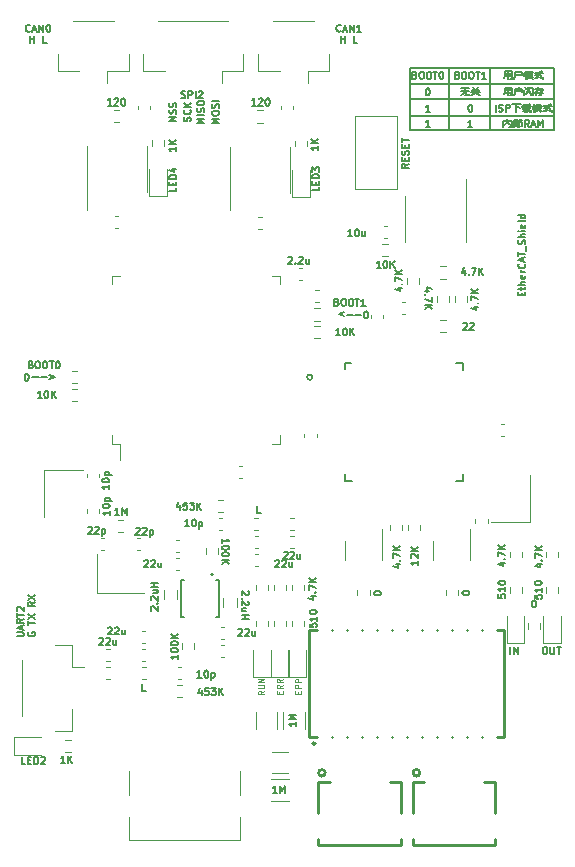
<source format=gbr>
%TF.GenerationSoftware,KiCad,Pcbnew,(6.0.1)*%
%TF.CreationDate,2023-04-01T17:19:45+08:00*%
%TF.ProjectId,EtherCAT2XXX,45746865-7243-4415-9432-5858582e6b69,rev?*%
%TF.SameCoordinates,Original*%
%TF.FileFunction,Legend,Top*%
%TF.FilePolarity,Positive*%
%FSLAX46Y46*%
G04 Gerber Fmt 4.6, Leading zero omitted, Abs format (unit mm)*
G04 Created by KiCad (PCBNEW (6.0.1)) date 2023-04-01 17:19:45*
%MOMM*%
%LPD*%
G01*
G04 APERTURE LIST*
%ADD10C,0.150000*%
%ADD11C,0.125000*%
%ADD12C,0.120000*%
%ADD13C,0.152000*%
%ADD14C,0.254000*%
G04 APERTURE END LIST*
D10*
X45700000Y60400000D02*
X45700000Y65600000D01*
X33500000Y63000000D02*
X45700000Y63000000D01*
X33500000Y65600000D02*
X33500000Y60400000D01*
X33500000Y61600000D02*
X45700000Y61600000D01*
X33500000Y60400000D02*
X45700000Y60400000D01*
X33500000Y64300000D02*
X45700000Y64300000D01*
X40300000Y65600000D02*
X40300000Y60400000D01*
X45700000Y65600000D02*
X33500000Y65600000D01*
X36800000Y65600000D02*
X36800000Y60400000D01*
X41151428Y23755715D02*
X41551428Y23755715D01*
X40922857Y23612858D02*
X41351428Y23470000D01*
X41351428Y23841429D01*
X41494285Y24070000D02*
X41522857Y24098572D01*
X41551428Y24070000D01*
X41522857Y24041429D01*
X41494285Y24070000D01*
X41551428Y24070000D01*
X40951428Y24298572D02*
X40951428Y24698572D01*
X41551428Y24441429D01*
X41551428Y24927143D02*
X40951428Y24927143D01*
X41551428Y25270000D02*
X41208571Y25012858D01*
X40951428Y25270000D02*
X41294285Y24927143D01*
X25821428Y55568572D02*
X25821428Y55282858D01*
X25221428Y55282858D01*
X25507142Y55768572D02*
X25507142Y55968572D01*
X25821428Y56054286D02*
X25821428Y55768572D01*
X25221428Y55768572D01*
X25221428Y56054286D01*
X25821428Y56311429D02*
X25221428Y56311429D01*
X25221428Y56454286D01*
X25250000Y56540000D01*
X25307142Y56597143D01*
X25364285Y56625715D01*
X25478571Y56654286D01*
X25564285Y56654286D01*
X25678571Y56625715D01*
X25735714Y56597143D01*
X25792857Y56540000D01*
X25821428Y56454286D01*
X25821428Y56311429D01*
X25221428Y56854286D02*
X25221428Y57225715D01*
X25450000Y57025715D01*
X25450000Y57111429D01*
X25478571Y57168572D01*
X25507142Y57197143D01*
X25564285Y57225715D01*
X25707142Y57225715D01*
X25764285Y57197143D01*
X25792857Y57168572D01*
X25821428Y57111429D01*
X25821428Y56940000D01*
X25792857Y56882858D01*
X25764285Y56854286D01*
X928571Y6718572D02*
X642857Y6718572D01*
X642857Y7318572D01*
X1128571Y7032858D02*
X1328571Y7032858D01*
X1414285Y6718572D02*
X1128571Y6718572D01*
X1128571Y7318572D01*
X1414285Y7318572D01*
X1671428Y6718572D02*
X1671428Y7318572D01*
X1814285Y7318572D01*
X1900000Y7290000D01*
X1957142Y7232858D01*
X1985714Y7175715D01*
X2014285Y7061429D01*
X2014285Y6975715D01*
X1985714Y6861429D01*
X1957142Y6804286D01*
X1900000Y6747143D01*
X1814285Y6718572D01*
X1671428Y6718572D01*
X2242857Y7261429D02*
X2271428Y7290000D01*
X2328571Y7318572D01*
X2471428Y7318572D01*
X2528571Y7290000D01*
X2557142Y7261429D01*
X2585714Y7204286D01*
X2585714Y7147143D01*
X2557142Y7061429D01*
X2214285Y6718572D01*
X2585714Y6718572D01*
X13721428Y55518572D02*
X13721428Y55232858D01*
X13121428Y55232858D01*
X13407142Y55718572D02*
X13407142Y55918572D01*
X13721428Y56004286D02*
X13721428Y55718572D01*
X13121428Y55718572D01*
X13121428Y56004286D01*
X13721428Y56261429D02*
X13121428Y56261429D01*
X13121428Y56404286D01*
X13150000Y56490000D01*
X13207142Y56547143D01*
X13264285Y56575715D01*
X13378571Y56604286D01*
X13464285Y56604286D01*
X13578571Y56575715D01*
X13635714Y56547143D01*
X13692857Y56490000D01*
X13721428Y56404286D01*
X13721428Y56261429D01*
X13321428Y57118572D02*
X13721428Y57118572D01*
X13092857Y56975715D02*
X13521428Y56832858D01*
X13521428Y57204286D01*
X29741428Y45028572D02*
X29798571Y45028572D01*
X29855714Y45000000D01*
X29884285Y44971429D01*
X29912857Y44914286D01*
X29941428Y44800000D01*
X29941428Y44657143D01*
X29912857Y44542858D01*
X29884285Y44485715D01*
X29855714Y44457143D01*
X29798571Y44428572D01*
X29741428Y44428572D01*
X29684285Y44457143D01*
X29655714Y44485715D01*
X29627142Y44542858D01*
X29598571Y44657143D01*
X29598571Y44800000D01*
X29627142Y44914286D01*
X29655714Y44971429D01*
X29684285Y45000000D01*
X29741428Y45028572D01*
X8031428Y30334286D02*
X8031428Y29991429D01*
X8031428Y30162858D02*
X7431428Y30162858D01*
X7517142Y30105715D01*
X7574285Y30048572D01*
X7602857Y29991429D01*
X7431428Y30705715D02*
X7431428Y30762858D01*
X7460000Y30820000D01*
X7488571Y30848572D01*
X7545714Y30877143D01*
X7660000Y30905715D01*
X7802857Y30905715D01*
X7917142Y30877143D01*
X7974285Y30848572D01*
X8002857Y30820000D01*
X8031428Y30762858D01*
X8031428Y30705715D01*
X8002857Y30648572D01*
X7974285Y30620000D01*
X7917142Y30591429D01*
X7802857Y30562858D01*
X7660000Y30562858D01*
X7545714Y30591429D01*
X7488571Y30620000D01*
X7460000Y30648572D01*
X7431428Y30705715D01*
X7631428Y31162858D02*
X8231428Y31162858D01*
X7660000Y31162858D02*
X7631428Y31220000D01*
X7631428Y31334286D01*
X7660000Y31391429D01*
X7688571Y31420000D01*
X7745714Y31448572D01*
X7917142Y31448572D01*
X7974285Y31420000D01*
X8002857Y31391429D01*
X8031428Y31334286D01*
X8031428Y31220000D01*
X8002857Y31162858D01*
X32281428Y23615715D02*
X32681428Y23615715D01*
X32052857Y23472858D02*
X32481428Y23330000D01*
X32481428Y23701429D01*
X32624285Y23930000D02*
X32652857Y23958572D01*
X32681428Y23930000D01*
X32652857Y23901429D01*
X32624285Y23930000D01*
X32681428Y23930000D01*
X32081428Y24158572D02*
X32081428Y24558572D01*
X32681428Y24301429D01*
X32681428Y24787143D02*
X32081428Y24787143D01*
X32681428Y25130000D02*
X32338571Y24872858D01*
X32081428Y25130000D02*
X32424285Y24787143D01*
X18951428Y18111429D02*
X18980000Y18140000D01*
X19037142Y18168572D01*
X19180000Y18168572D01*
X19237142Y18140000D01*
X19265714Y18111429D01*
X19294285Y18054286D01*
X19294285Y17997143D01*
X19265714Y17911429D01*
X18922857Y17568572D01*
X19294285Y17568572D01*
X19522857Y18111429D02*
X19551428Y18140000D01*
X19608571Y18168572D01*
X19751428Y18168572D01*
X19808571Y18140000D01*
X19837142Y18111429D01*
X19865714Y18054286D01*
X19865714Y17997143D01*
X19837142Y17911429D01*
X19494285Y17568572D01*
X19865714Y17568572D01*
X20380000Y17968572D02*
X20380000Y17568572D01*
X20122857Y17968572D02*
X20122857Y17654286D01*
X20151428Y17597143D01*
X20208571Y17568572D01*
X20294285Y17568572D01*
X20351428Y17597143D01*
X20380000Y17625715D01*
X42004285Y16032322D02*
X42004285Y16632322D01*
X42290000Y16032322D02*
X42290000Y16632322D01*
X42632857Y16032322D01*
X42632857Y16632322D01*
X44861428Y16632322D02*
X44975714Y16632322D01*
X45032857Y16603750D01*
X45090000Y16546608D01*
X45118571Y16432322D01*
X45118571Y16232322D01*
X45090000Y16118036D01*
X45032857Y16060893D01*
X44975714Y16032322D01*
X44861428Y16032322D01*
X44804285Y16060893D01*
X44747142Y16118036D01*
X44718571Y16232322D01*
X44718571Y16432322D01*
X44747142Y16546608D01*
X44804285Y16603750D01*
X44861428Y16632322D01*
X45375714Y16632322D02*
X45375714Y16146608D01*
X45404285Y16089465D01*
X45432857Y16060893D01*
X45490000Y16032322D01*
X45604285Y16032322D01*
X45661428Y16060893D01*
X45690000Y16089465D01*
X45718571Y16146608D01*
X45718571Y16632322D01*
X45918571Y16632322D02*
X46261428Y16632322D01*
X46090000Y16032322D02*
X46090000Y16632322D01*
X1328571Y68768715D02*
X1300000Y68740143D01*
X1214285Y68711572D01*
X1157142Y68711572D01*
X1071428Y68740143D01*
X1014285Y68797286D01*
X985714Y68854429D01*
X957142Y68968715D01*
X957142Y69054429D01*
X985714Y69168715D01*
X1014285Y69225858D01*
X1071428Y69283000D01*
X1157142Y69311572D01*
X1214285Y69311572D01*
X1300000Y69283000D01*
X1328571Y69254429D01*
X1557142Y68883000D02*
X1842857Y68883000D01*
X1500000Y68711572D02*
X1700000Y69311572D01*
X1900000Y68711572D01*
X2100000Y68711572D02*
X2100000Y69311572D01*
X2442857Y68711572D01*
X2442857Y69311572D01*
X2842857Y69311572D02*
X2900000Y69311572D01*
X2957142Y69283000D01*
X2985714Y69254429D01*
X3014285Y69197286D01*
X3042857Y69083000D01*
X3042857Y68940143D01*
X3014285Y68825858D01*
X2985714Y68768715D01*
X2957142Y68740143D01*
X2900000Y68711572D01*
X2842857Y68711572D01*
X2785714Y68740143D01*
X2757142Y68768715D01*
X2728571Y68825858D01*
X2700000Y68940143D01*
X2700000Y69083000D01*
X2728571Y69197286D01*
X2757142Y69254429D01*
X2785714Y69283000D01*
X2842857Y69311572D01*
X1357142Y67745572D02*
X1357142Y68345572D01*
X1357142Y68059858D02*
X1700000Y68059858D01*
X1700000Y67745572D02*
X1700000Y68345572D01*
X2728571Y67745572D02*
X2442857Y67745572D01*
X2442857Y68345572D01*
X6221428Y26751429D02*
X6250000Y26780000D01*
X6307142Y26808572D01*
X6450000Y26808572D01*
X6507142Y26780000D01*
X6535714Y26751429D01*
X6564285Y26694286D01*
X6564285Y26637143D01*
X6535714Y26551429D01*
X6192857Y26208572D01*
X6564285Y26208572D01*
X6792857Y26751429D02*
X6821428Y26780000D01*
X6878571Y26808572D01*
X7021428Y26808572D01*
X7078571Y26780000D01*
X7107142Y26751429D01*
X7135714Y26694286D01*
X7135714Y26637143D01*
X7107142Y26551429D01*
X6764285Y26208572D01*
X7135714Y26208572D01*
X7392857Y26608572D02*
X7392857Y26008572D01*
X7392857Y26580000D02*
X7450000Y26608572D01*
X7564285Y26608572D01*
X7621428Y26580000D01*
X7650000Y26551429D01*
X7678571Y26494286D01*
X7678571Y26322858D01*
X7650000Y26265715D01*
X7621428Y26237143D01*
X7564285Y26208572D01*
X7450000Y26208572D01*
X7392857Y26237143D01*
X43971428Y20578572D02*
X44028571Y20578572D01*
X44085714Y20550000D01*
X44114285Y20521429D01*
X44142857Y20464286D01*
X44171428Y20350000D01*
X44171428Y20207143D01*
X44142857Y20092858D01*
X44114285Y20035715D01*
X44085714Y20007143D01*
X44028571Y19978572D01*
X43971428Y19978572D01*
X43914285Y20007143D01*
X43885714Y20035715D01*
X43857142Y20092858D01*
X43828571Y20207143D01*
X43828571Y20350000D01*
X43857142Y20464286D01*
X43885714Y20521429D01*
X43914285Y20550000D01*
X43971428Y20578572D01*
X19781428Y21345715D02*
X19810000Y21317143D01*
X19838571Y21260000D01*
X19838571Y21117143D01*
X19810000Y21060000D01*
X19781428Y21031429D01*
X19724285Y21002858D01*
X19667142Y21002858D01*
X19581428Y21031429D01*
X19238571Y21374286D01*
X19238571Y21002858D01*
X19295714Y20745715D02*
X19267142Y20717143D01*
X19238571Y20745715D01*
X19267142Y20774286D01*
X19295714Y20745715D01*
X19238571Y20745715D01*
X19781428Y20488572D02*
X19810000Y20460000D01*
X19838571Y20402858D01*
X19838571Y20260000D01*
X19810000Y20202858D01*
X19781428Y20174286D01*
X19724285Y20145715D01*
X19667142Y20145715D01*
X19581428Y20174286D01*
X19238571Y20517143D01*
X19238571Y20145715D01*
X19638571Y19631429D02*
X19238571Y19631429D01*
X19638571Y19888572D02*
X19324285Y19888572D01*
X19267142Y19860000D01*
X19238571Y19802858D01*
X19238571Y19717143D01*
X19267142Y19660000D01*
X19295714Y19631429D01*
X19238571Y19345715D02*
X19838571Y19345715D01*
X19552857Y19345715D02*
X19552857Y19002858D01*
X19238571Y19002858D02*
X19838571Y19002858D01*
X17311428Y60957143D02*
X16711428Y60957143D01*
X17140000Y61157143D01*
X16711428Y61357143D01*
X17311428Y61357143D01*
X16711428Y61757143D02*
X16711428Y61871429D01*
X16740000Y61928572D01*
X16797142Y61985715D01*
X16911428Y62014286D01*
X17111428Y62014286D01*
X17225714Y61985715D01*
X17282857Y61928572D01*
X17311428Y61871429D01*
X17311428Y61757143D01*
X17282857Y61700000D01*
X17225714Y61642858D01*
X17111428Y61614286D01*
X16911428Y61614286D01*
X16797142Y61642858D01*
X16740000Y61700000D01*
X16711428Y61757143D01*
X17282857Y62242858D02*
X17311428Y62328572D01*
X17311428Y62471429D01*
X17282857Y62528572D01*
X17254285Y62557143D01*
X17197142Y62585715D01*
X17140000Y62585715D01*
X17082857Y62557143D01*
X17054285Y62528572D01*
X17025714Y62471429D01*
X16997142Y62357143D01*
X16968571Y62300000D01*
X16940000Y62271429D01*
X16882857Y62242858D01*
X16825714Y62242858D01*
X16768571Y62271429D01*
X16740000Y62300000D01*
X16711428Y62357143D01*
X16711428Y62500000D01*
X16740000Y62585715D01*
X17311428Y62842858D02*
X16711428Y62842858D01*
X25121428Y20915715D02*
X25521428Y20915715D01*
X24892857Y20772858D02*
X25321428Y20630000D01*
X25321428Y21001429D01*
X25464285Y21230000D02*
X25492857Y21258572D01*
X25521428Y21230000D01*
X25492857Y21201429D01*
X25464285Y21230000D01*
X25521428Y21230000D01*
X24921428Y21458572D02*
X24921428Y21858572D01*
X25521428Y21601429D01*
X25521428Y22087143D02*
X24921428Y22087143D01*
X25521428Y22430000D02*
X25178571Y22172858D01*
X24921428Y22430000D02*
X25264285Y22087143D01*
X35171428Y61928572D02*
X34828571Y61928572D01*
X35000000Y61928572D02*
X35000000Y62528572D01*
X34942857Y62442858D01*
X34885714Y62385715D01*
X34828571Y62357143D01*
X30441428Y21151429D02*
X30441428Y21208572D01*
X30470000Y21265715D01*
X30498571Y21294286D01*
X30555714Y21322858D01*
X30670000Y21351429D01*
X30812857Y21351429D01*
X30927142Y21322858D01*
X30984285Y21294286D01*
X31012857Y21265715D01*
X31041428Y21208572D01*
X31041428Y21151429D01*
X31012857Y21094286D01*
X30984285Y21065715D01*
X30927142Y21037143D01*
X30812857Y21008572D01*
X30670000Y21008572D01*
X30555714Y21037143D01*
X30498571Y21065715D01*
X30470000Y21094286D01*
X30441428Y21151429D01*
X2315714Y37688572D02*
X1972857Y37688572D01*
X2144285Y37688572D02*
X2144285Y38288572D01*
X2087142Y38202858D01*
X2030000Y38145715D01*
X1972857Y38117143D01*
X2687142Y38288572D02*
X2744285Y38288572D01*
X2801428Y38260000D01*
X2830000Y38231429D01*
X2858571Y38174286D01*
X2887142Y38060000D01*
X2887142Y37917143D01*
X2858571Y37802858D01*
X2830000Y37745715D01*
X2801428Y37717143D01*
X2744285Y37688572D01*
X2687142Y37688572D01*
X2630000Y37717143D01*
X2601428Y37745715D01*
X2572857Y37802858D01*
X2544285Y37917143D01*
X2544285Y38060000D01*
X2572857Y38174286D01*
X2601428Y38231429D01*
X2630000Y38260000D01*
X2687142Y38288572D01*
X3144285Y37688572D02*
X3144285Y38288572D01*
X3487142Y37688572D02*
X3230000Y38031429D01*
X3487142Y38288572D02*
X3144285Y37945715D01*
X22218571Y4238572D02*
X21875714Y4238572D01*
X22047142Y4238572D02*
X22047142Y4838572D01*
X21990000Y4752858D01*
X21932857Y4695715D01*
X21875714Y4667143D01*
X22475714Y4238572D02*
X22475714Y4838572D01*
X22675714Y4410000D01*
X22875714Y4838572D01*
X22875714Y4238572D01*
X44281428Y23635715D02*
X44681428Y23635715D01*
X44052857Y23492858D02*
X44481428Y23350000D01*
X44481428Y23721429D01*
X44624285Y23950000D02*
X44652857Y23978572D01*
X44681428Y23950000D01*
X44652857Y23921429D01*
X44624285Y23950000D01*
X44681428Y23950000D01*
X44081428Y24178572D02*
X44081428Y24578572D01*
X44681428Y24321429D01*
X44681428Y24807143D02*
X44081428Y24807143D01*
X44681428Y25150000D02*
X44338571Y24892858D01*
X44081428Y25150000D02*
X44424285Y24807143D01*
X23881428Y10228572D02*
X23881428Y9885715D01*
X23881428Y10057143D02*
X23281428Y10057143D01*
X23367142Y10000000D01*
X23424285Y9942858D01*
X23452857Y9885715D01*
X23881428Y10485715D02*
X23281428Y10485715D01*
X23710000Y10685715D01*
X23281428Y10885715D01*
X23881428Y10885715D01*
X41914285Y60628572D02*
X42114285Y60628572D01*
X41371428Y61171429D02*
X41371428Y60628572D01*
X41371428Y61171429D02*
X42114285Y61171429D01*
X42114285Y60628572D01*
X41742857Y61314286D02*
X41742857Y61028572D01*
X41828571Y60971429D01*
X41885714Y60914286D01*
X42028571Y60800000D01*
X41714285Y61000000D02*
X41571428Y60857143D01*
X41457142Y60800000D01*
X42285714Y61200000D02*
X42657142Y61200000D01*
X42257142Y61000000D02*
X42685714Y61000000D01*
X42314285Y60685715D02*
X42600000Y60685715D01*
X42314285Y60885715D02*
X42314285Y60628572D01*
X42457142Y61314286D02*
X42457142Y61200000D01*
X42314285Y60885715D02*
X42600000Y60885715D01*
X42628571Y60628572D01*
X42742857Y61257143D02*
X42742857Y60628572D01*
X42342857Y61142858D02*
X42371428Y61057143D01*
X42600000Y61171429D02*
X42542857Y61028572D01*
X42742857Y61257143D02*
X43000000Y61257143D01*
X42857142Y61028572D01*
X42971428Y60942858D01*
X43000000Y60857143D01*
X43000000Y60742858D01*
X42857142Y60742858D01*
X43571428Y60628572D02*
X43371428Y60914286D01*
X43228571Y60628572D02*
X43228571Y61228572D01*
X43457142Y61228572D01*
X43514285Y61200000D01*
X43542857Y61171429D01*
X43571428Y61114286D01*
X43571428Y61028572D01*
X43542857Y60971429D01*
X43514285Y60942858D01*
X43457142Y60914286D01*
X43228571Y60914286D01*
X43800000Y60800000D02*
X44085714Y60800000D01*
X43742857Y60628572D02*
X43942857Y61228572D01*
X44142857Y60628572D01*
X44342857Y60628572D02*
X44342857Y61228572D01*
X44542857Y60800000D01*
X44742857Y61228572D01*
X44742857Y60628572D01*
X1001428Y39768572D02*
X1058571Y39768572D01*
X1115714Y39740000D01*
X1144285Y39711429D01*
X1172857Y39654286D01*
X1201428Y39540000D01*
X1201428Y39397143D01*
X1172857Y39282858D01*
X1144285Y39225715D01*
X1115714Y39197143D01*
X1058571Y39168572D01*
X1001428Y39168572D01*
X944285Y39197143D01*
X915714Y39225715D01*
X887142Y39282858D01*
X858571Y39397143D01*
X858571Y39540000D01*
X887142Y39654286D01*
X915714Y39711429D01*
X944285Y39740000D01*
X1001428Y39768572D01*
X8061428Y28154286D02*
X8061428Y27811429D01*
X8061428Y27982858D02*
X7461428Y27982858D01*
X7547142Y27925715D01*
X7604285Y27868572D01*
X7632857Y27811429D01*
X7461428Y28525715D02*
X7461428Y28582858D01*
X7490000Y28640000D01*
X7518571Y28668572D01*
X7575714Y28697143D01*
X7690000Y28725715D01*
X7832857Y28725715D01*
X7947142Y28697143D01*
X8004285Y28668572D01*
X8032857Y28640000D01*
X8061428Y28582858D01*
X8061428Y28525715D01*
X8032857Y28468572D01*
X8004285Y28440000D01*
X7947142Y28411429D01*
X7832857Y28382858D01*
X7690000Y28382858D01*
X7575714Y28411429D01*
X7518571Y28440000D01*
X7490000Y28468572D01*
X7461428Y28525715D01*
X7661428Y28982858D02*
X8261428Y28982858D01*
X7690000Y28982858D02*
X7661428Y29040000D01*
X7661428Y29154286D01*
X7690000Y29211429D01*
X7718571Y29240000D01*
X7775714Y29268572D01*
X7947142Y29268572D01*
X8004285Y29240000D01*
X8032857Y29211429D01*
X8061428Y29154286D01*
X8061428Y29040000D01*
X8032857Y28982858D01*
X25731428Y59031429D02*
X25731428Y58688572D01*
X25731428Y58860000D02*
X25131428Y58860000D01*
X25217142Y58802858D01*
X25274285Y58745715D01*
X25302857Y58688572D01*
X25731428Y59288572D02*
X25131428Y59288572D01*
X25731428Y59631429D02*
X25388571Y59374286D01*
X25131428Y59631429D02*
X25474285Y59288572D01*
X27585714Y43008572D02*
X27242857Y43008572D01*
X27414285Y43008572D02*
X27414285Y43608572D01*
X27357142Y43522858D01*
X27300000Y43465715D01*
X27242857Y43437143D01*
X27957142Y43608572D02*
X28014285Y43608572D01*
X28071428Y43580000D01*
X28100000Y43551429D01*
X28128571Y43494286D01*
X28157142Y43380000D01*
X28157142Y43237143D01*
X28128571Y43122858D01*
X28100000Y43065715D01*
X28071428Y43037143D01*
X28014285Y43008572D01*
X27957142Y43008572D01*
X27900000Y43037143D01*
X27871428Y43065715D01*
X27842857Y43122858D01*
X27814285Y43237143D01*
X27814285Y43380000D01*
X27842857Y43494286D01*
X27871428Y43551429D01*
X27900000Y43580000D01*
X27957142Y43608572D01*
X28414285Y43008572D02*
X28414285Y43608572D01*
X28757142Y43008572D02*
X28500000Y43351429D01*
X28757142Y43608572D02*
X28414285Y43265715D01*
X1400000Y40525858D02*
X1485714Y40497286D01*
X1514285Y40468715D01*
X1542857Y40411572D01*
X1542857Y40325858D01*
X1514285Y40268715D01*
X1485714Y40240143D01*
X1428571Y40211572D01*
X1200000Y40211572D01*
X1200000Y40811572D01*
X1400000Y40811572D01*
X1457142Y40783000D01*
X1485714Y40754429D01*
X1514285Y40697286D01*
X1514285Y40640143D01*
X1485714Y40583000D01*
X1457142Y40554429D01*
X1400000Y40525858D01*
X1200000Y40525858D01*
X1914285Y40811572D02*
X2028571Y40811572D01*
X2085714Y40783000D01*
X2142857Y40725858D01*
X2171428Y40611572D01*
X2171428Y40411572D01*
X2142857Y40297286D01*
X2085714Y40240143D01*
X2028571Y40211572D01*
X1914285Y40211572D01*
X1857142Y40240143D01*
X1800000Y40297286D01*
X1771428Y40411572D01*
X1771428Y40611572D01*
X1800000Y40725858D01*
X1857142Y40783000D01*
X1914285Y40811572D01*
X2542857Y40811572D02*
X2657142Y40811572D01*
X2714285Y40783000D01*
X2771428Y40725858D01*
X2800000Y40611572D01*
X2800000Y40411572D01*
X2771428Y40297286D01*
X2714285Y40240143D01*
X2657142Y40211572D01*
X2542857Y40211572D01*
X2485714Y40240143D01*
X2428571Y40297286D01*
X2400000Y40411572D01*
X2400000Y40611572D01*
X2428571Y40725858D01*
X2485714Y40783000D01*
X2542857Y40811572D01*
X2971428Y40811572D02*
X3314285Y40811572D01*
X3142857Y40211572D02*
X3142857Y40811572D01*
X3628571Y40811572D02*
X3685714Y40811572D01*
X3742857Y40783000D01*
X3771428Y40754429D01*
X3800000Y40697286D01*
X3828571Y40583000D01*
X3828571Y40440143D01*
X3800000Y40325858D01*
X3771428Y40268715D01*
X3742857Y40240143D01*
X3685714Y40211572D01*
X3628571Y40211572D01*
X3571428Y40240143D01*
X3542857Y40268715D01*
X3514285Y40325858D01*
X3485714Y40440143D01*
X3485714Y40583000D01*
X3514285Y40697286D01*
X3542857Y40754429D01*
X3571428Y40783000D01*
X3628571Y40811572D01*
X1528571Y39445572D02*
X2042857Y39445572D01*
X2214285Y39445572D02*
X2728571Y39445572D01*
X2957142Y39645572D02*
X3414285Y39474143D01*
X2957142Y39302715D01*
X1170000Y17850000D02*
X1141428Y17792858D01*
X1141428Y17707143D01*
X1170000Y17621429D01*
X1227142Y17564286D01*
X1284285Y17535715D01*
X1398571Y17507143D01*
X1484285Y17507143D01*
X1598571Y17535715D01*
X1655714Y17564286D01*
X1712857Y17621429D01*
X1741428Y17707143D01*
X1741428Y17764286D01*
X1712857Y17850000D01*
X1684285Y17878572D01*
X1484285Y17878572D01*
X1484285Y17764286D01*
X1141428Y18507143D02*
X1141428Y18850000D01*
X1741428Y18678572D02*
X1141428Y18678572D01*
X1141428Y18992858D02*
X1741428Y19392858D01*
X1141428Y19392858D02*
X1741428Y18992858D01*
X1741428Y20421429D02*
X1455714Y20221429D01*
X1741428Y20078572D02*
X1141428Y20078572D01*
X1141428Y20307143D01*
X1170000Y20364286D01*
X1198571Y20392858D01*
X1255714Y20421429D01*
X1341428Y20421429D01*
X1398571Y20392858D01*
X1427142Y20364286D01*
X1455714Y20307143D01*
X1455714Y20078572D01*
X1141428Y20621429D02*
X1741428Y21021429D01*
X1141428Y21021429D02*
X1741428Y20621429D01*
X41500000Y63757143D02*
X42128571Y63757143D01*
X41500000Y63557143D02*
X42128571Y63557143D01*
X41957142Y63328572D02*
X42128571Y63328572D01*
X41785714Y63957143D02*
X41785714Y63328572D01*
X41500000Y63957143D02*
X42128571Y63957143D01*
X42128571Y63328572D01*
X41500000Y63957143D02*
X41500000Y63585715D01*
X41471428Y63414286D01*
X42414285Y63671429D02*
X43014285Y63671429D01*
X42414285Y63871429D02*
X43014285Y63871429D01*
X43014285Y63614286D01*
X42700000Y64014286D02*
X42728571Y63900000D01*
X42414285Y63871429D02*
X42414285Y63557143D01*
X42300000Y63328572D01*
X42414285Y63757143D02*
X42385714Y63442858D01*
X43728571Y63328572D02*
X43900000Y63328572D01*
X43157142Y63814286D02*
X43157142Y63328572D01*
X43414285Y63957143D02*
X43900000Y63957143D01*
X43900000Y63328572D01*
X43214285Y63985715D02*
X43328571Y63871429D01*
X43528571Y63728572D02*
X43757142Y63471429D01*
X43528571Y63700000D02*
X43300000Y63471429D01*
X43557142Y63842858D02*
X43442857Y63585715D01*
X44071428Y63900000D02*
X44757142Y63900000D01*
X44271428Y63557143D02*
X44785714Y63557143D01*
X44185714Y63728572D02*
X44185714Y63328572D01*
X44357142Y64014286D02*
X44214285Y63728572D01*
X44042857Y63557143D01*
X44357142Y63757143D02*
X44728571Y63757143D01*
X44642857Y63671429D01*
X44557142Y63642858D01*
X44557142Y63328572D01*
X44385714Y63328572D01*
X4301428Y6788572D02*
X3958571Y6788572D01*
X4130000Y6788572D02*
X4130000Y7388572D01*
X4072857Y7302858D01*
X4015714Y7245715D01*
X3958571Y7217143D01*
X4558571Y6788572D02*
X4558571Y7388572D01*
X4901428Y6788572D02*
X4644285Y7131429D01*
X4901428Y7388572D02*
X4558571Y7045715D01*
X37828571Y63957143D02*
X38457142Y63957143D01*
X37771428Y63700000D02*
X38514285Y63700000D01*
X38171428Y63328572D02*
X38485714Y63328572D01*
X38200000Y63642858D02*
X38200000Y63357143D01*
X38057142Y63528572D02*
X37942857Y63414286D01*
X37771428Y63328572D01*
X38514285Y63471429D02*
X38485714Y63328572D01*
X38142857Y63957143D02*
X38114285Y63757143D01*
X38085714Y63528572D01*
X38714285Y63814286D02*
X39342857Y63814286D01*
X38685714Y63642858D02*
X39400000Y63642858D01*
X38800000Y63985715D02*
X38885714Y63900000D01*
X39285714Y63985715D02*
X39171428Y63871429D01*
X39028571Y63700000D02*
X39085714Y63500000D01*
X39200000Y63414286D01*
X39400000Y63328572D01*
X39028571Y63814286D02*
X39028571Y63557143D01*
X38914285Y63414286D01*
X38657142Y63328572D01*
X32441428Y47025715D02*
X32841428Y47025715D01*
X32212857Y46882858D02*
X32641428Y46740000D01*
X32641428Y47111429D01*
X32784285Y47340000D02*
X32812857Y47368572D01*
X32841428Y47340000D01*
X32812857Y47311429D01*
X32784285Y47340000D01*
X32841428Y47340000D01*
X32241428Y47568572D02*
X32241428Y47968572D01*
X32841428Y47711429D01*
X32841428Y48197143D02*
X32241428Y48197143D01*
X32841428Y48540000D02*
X32498571Y48282858D01*
X32241428Y48540000D02*
X32584285Y48197143D01*
X7191428Y17351429D02*
X7220000Y17380000D01*
X7277142Y17408572D01*
X7420000Y17408572D01*
X7477142Y17380000D01*
X7505714Y17351429D01*
X7534285Y17294286D01*
X7534285Y17237143D01*
X7505714Y17151429D01*
X7162857Y16808572D01*
X7534285Y16808572D01*
X7762857Y17351429D02*
X7791428Y17380000D01*
X7848571Y17408572D01*
X7991428Y17408572D01*
X8048571Y17380000D01*
X8077142Y17351429D01*
X8105714Y17294286D01*
X8105714Y17237143D01*
X8077142Y17151429D01*
X7734285Y16808572D01*
X8105714Y16808572D01*
X8620000Y17208572D02*
X8620000Y16808572D01*
X8362857Y17208572D02*
X8362857Y16894286D01*
X8391428Y16837143D01*
X8448571Y16808572D01*
X8534285Y16808572D01*
X8591428Y16837143D01*
X8620000Y16865715D01*
D11*
X21156190Y12908393D02*
X20918095Y12741727D01*
X21156190Y12622679D02*
X20656190Y12622679D01*
X20656190Y12813155D01*
X20680000Y12860774D01*
X20703809Y12884584D01*
X20751428Y12908393D01*
X20822857Y12908393D01*
X20870476Y12884584D01*
X20894285Y12860774D01*
X20918095Y12813155D01*
X20918095Y12622679D01*
X20656190Y13122679D02*
X21060952Y13122679D01*
X21108571Y13146489D01*
X21132380Y13170298D01*
X21156190Y13217917D01*
X21156190Y13313155D01*
X21132380Y13360774D01*
X21108571Y13384584D01*
X21060952Y13408393D01*
X20656190Y13408393D01*
X21156190Y13646489D02*
X20656190Y13646489D01*
X21156190Y13932203D01*
X20656190Y13932203D01*
D10*
X24991428Y18581429D02*
X24991428Y18295715D01*
X25277142Y18267143D01*
X25248571Y18295715D01*
X25220000Y18352858D01*
X25220000Y18495715D01*
X25248571Y18552858D01*
X25277142Y18581429D01*
X25334285Y18610000D01*
X25477142Y18610000D01*
X25534285Y18581429D01*
X25562857Y18552858D01*
X25591428Y18495715D01*
X25591428Y18352858D01*
X25562857Y18295715D01*
X25534285Y18267143D01*
X25591428Y19181429D02*
X25591428Y18838572D01*
X25591428Y19010000D02*
X24991428Y19010000D01*
X25077142Y18952858D01*
X25134285Y18895715D01*
X25162857Y18838572D01*
X24991428Y19552858D02*
X24991428Y19610000D01*
X25020000Y19667143D01*
X25048571Y19695715D01*
X25105714Y19724286D01*
X25220000Y19752858D01*
X25362857Y19752858D01*
X25477142Y19724286D01*
X25534285Y19695715D01*
X25562857Y19667143D01*
X25591428Y19610000D01*
X25591428Y19552858D01*
X25562857Y19495715D01*
X25534285Y19467143D01*
X25477142Y19438572D01*
X25362857Y19410000D01*
X25220000Y19410000D01*
X25105714Y19438572D01*
X25048571Y19467143D01*
X25020000Y19495715D01*
X24991428Y19552858D01*
X15852857Y12948572D02*
X15852857Y12548572D01*
X15710000Y13177143D02*
X15567142Y12748572D01*
X15938571Y12748572D01*
X16452857Y13148572D02*
X16167142Y13148572D01*
X16138571Y12862858D01*
X16167142Y12891429D01*
X16224285Y12920000D01*
X16367142Y12920000D01*
X16424285Y12891429D01*
X16452857Y12862858D01*
X16481428Y12805715D01*
X16481428Y12662858D01*
X16452857Y12605715D01*
X16424285Y12577143D01*
X16367142Y12548572D01*
X16224285Y12548572D01*
X16167142Y12577143D01*
X16138571Y12605715D01*
X16681428Y13148572D02*
X17052857Y13148572D01*
X16852857Y12920000D01*
X16938571Y12920000D01*
X16995714Y12891429D01*
X17024285Y12862858D01*
X17052857Y12805715D01*
X17052857Y12662858D01*
X17024285Y12605715D01*
X16995714Y12577143D01*
X16938571Y12548572D01*
X16767142Y12548572D01*
X16710000Y12577143D01*
X16681428Y12605715D01*
X17310000Y12548572D02*
X17310000Y13148572D01*
X17652857Y12548572D02*
X17395714Y12891429D01*
X17652857Y13148572D02*
X17310000Y12805715D01*
X13841428Y15960000D02*
X13841428Y15617143D01*
X13841428Y15788572D02*
X13241428Y15788572D01*
X13327142Y15731429D01*
X13384285Y15674286D01*
X13412857Y15617143D01*
X13241428Y16331429D02*
X13241428Y16388572D01*
X13270000Y16445715D01*
X13298571Y16474286D01*
X13355714Y16502858D01*
X13470000Y16531429D01*
X13612857Y16531429D01*
X13727142Y16502858D01*
X13784285Y16474286D01*
X13812857Y16445715D01*
X13841428Y16388572D01*
X13841428Y16331429D01*
X13812857Y16274286D01*
X13784285Y16245715D01*
X13727142Y16217143D01*
X13612857Y16188572D01*
X13470000Y16188572D01*
X13355714Y16217143D01*
X13298571Y16245715D01*
X13270000Y16274286D01*
X13241428Y16331429D01*
X13241428Y16902858D02*
X13241428Y16960000D01*
X13270000Y17017143D01*
X13298571Y17045715D01*
X13355714Y17074286D01*
X13470000Y17102858D01*
X13612857Y17102858D01*
X13727142Y17074286D01*
X13784285Y17045715D01*
X13812857Y17017143D01*
X13841428Y16960000D01*
X13841428Y16902858D01*
X13812857Y16845715D01*
X13784285Y16817143D01*
X13727142Y16788572D01*
X13612857Y16760000D01*
X13470000Y16760000D01*
X13355714Y16788572D01*
X13298571Y16817143D01*
X13270000Y16845715D01*
X13241428Y16902858D01*
X13841428Y17360000D02*
X13241428Y17360000D01*
X13841428Y17702858D02*
X13498571Y17445715D01*
X13241428Y17702858D02*
X13584285Y17360000D01*
X34141428Y23925715D02*
X34141428Y23582858D01*
X34141428Y23754286D02*
X33541428Y23754286D01*
X33627142Y23697143D01*
X33684285Y23640000D01*
X33712857Y23582858D01*
X33598571Y24154286D02*
X33570000Y24182858D01*
X33541428Y24240000D01*
X33541428Y24382858D01*
X33570000Y24440000D01*
X33598571Y24468572D01*
X33655714Y24497143D01*
X33712857Y24497143D01*
X33798571Y24468572D01*
X34141428Y24125715D01*
X34141428Y24497143D01*
X34141428Y24754286D02*
X33541428Y24754286D01*
X34141428Y25097143D02*
X33798571Y24840000D01*
X33541428Y25097143D02*
X33884285Y24754286D01*
X8868571Y27748572D02*
X8525714Y27748572D01*
X8697142Y27748572D02*
X8697142Y28348572D01*
X8640000Y28262858D01*
X8582857Y28205715D01*
X8525714Y28177143D01*
X9125714Y27748572D02*
X9125714Y28348572D01*
X9325714Y27920000D01*
X9525714Y28348572D01*
X9525714Y27748572D01*
D11*
X22444285Y12670298D02*
X22444285Y12836965D01*
X22706190Y12908393D02*
X22706190Y12670298D01*
X22206190Y12670298D01*
X22206190Y12908393D01*
X22706190Y13408393D02*
X22468095Y13241727D01*
X22706190Y13122679D02*
X22206190Y13122679D01*
X22206190Y13313155D01*
X22230000Y13360774D01*
X22253809Y13384584D01*
X22301428Y13408393D01*
X22372857Y13408393D01*
X22420476Y13384584D01*
X22444285Y13360774D01*
X22468095Y13313155D01*
X22468095Y13122679D01*
X22706190Y13908393D02*
X22468095Y13741727D01*
X22706190Y13622679D02*
X22206190Y13622679D01*
X22206190Y13813155D01*
X22230000Y13860774D01*
X22253809Y13884584D01*
X22301428Y13908393D01*
X22372857Y13908393D01*
X22420476Y13884584D01*
X22444285Y13860774D01*
X22468095Y13813155D01*
X22468095Y13622679D01*
D10*
X11011428Y23911429D02*
X11040000Y23940000D01*
X11097142Y23968572D01*
X11240000Y23968572D01*
X11297142Y23940000D01*
X11325714Y23911429D01*
X11354285Y23854286D01*
X11354285Y23797143D01*
X11325714Y23711429D01*
X10982857Y23368572D01*
X11354285Y23368572D01*
X11582857Y23911429D02*
X11611428Y23940000D01*
X11668571Y23968572D01*
X11811428Y23968572D01*
X11868571Y23940000D01*
X11897142Y23911429D01*
X11925714Y23854286D01*
X11925714Y23797143D01*
X11897142Y23711429D01*
X11554285Y23368572D01*
X11925714Y23368572D01*
X12440000Y23768572D02*
X12440000Y23368572D01*
X12182857Y23768572D02*
X12182857Y23454286D01*
X12211428Y23397143D01*
X12268571Y23368572D01*
X12354285Y23368572D01*
X12411428Y23397143D01*
X12440000Y23425715D01*
X17568571Y25420000D02*
X17568571Y25762858D01*
X17568571Y25591429D02*
X18168571Y25591429D01*
X18082857Y25648572D01*
X18025714Y25705715D01*
X17997142Y25762858D01*
X18168571Y25048572D02*
X18168571Y24991429D01*
X18140000Y24934286D01*
X18111428Y24905715D01*
X18054285Y24877143D01*
X17940000Y24848572D01*
X17797142Y24848572D01*
X17682857Y24877143D01*
X17625714Y24905715D01*
X17597142Y24934286D01*
X17568571Y24991429D01*
X17568571Y25048572D01*
X17597142Y25105715D01*
X17625714Y25134286D01*
X17682857Y25162858D01*
X17797142Y25191429D01*
X17940000Y25191429D01*
X18054285Y25162858D01*
X18111428Y25134286D01*
X18140000Y25105715D01*
X18168571Y25048572D01*
X18168571Y24477143D02*
X18168571Y24420000D01*
X18140000Y24362858D01*
X18111428Y24334286D01*
X18054285Y24305715D01*
X17940000Y24277143D01*
X17797142Y24277143D01*
X17682857Y24305715D01*
X17625714Y24334286D01*
X17597142Y24362858D01*
X17568571Y24420000D01*
X17568571Y24477143D01*
X17597142Y24534286D01*
X17625714Y24562858D01*
X17682857Y24591429D01*
X17797142Y24620000D01*
X17940000Y24620000D01*
X18054285Y24591429D01*
X18111428Y24562858D01*
X18140000Y24534286D01*
X18168571Y24477143D01*
X17568571Y24020000D02*
X18168571Y24020000D01*
X17568571Y23677143D02*
X17911428Y23934286D01*
X18168571Y23677143D02*
X17825714Y24020000D01*
X38571428Y62528572D02*
X38628571Y62528572D01*
X38685714Y62500000D01*
X38714285Y62471429D01*
X38742857Y62414286D01*
X38771428Y62300000D01*
X38771428Y62157143D01*
X38742857Y62042858D01*
X38714285Y61985715D01*
X38685714Y61957143D01*
X38628571Y61928572D01*
X38571428Y61928572D01*
X38514285Y61957143D01*
X38485714Y61985715D01*
X38457142Y62042858D01*
X38428571Y62157143D01*
X38428571Y62300000D01*
X38457142Y62414286D01*
X38485714Y62471429D01*
X38514285Y62500000D01*
X38571428Y62528572D01*
X11588571Y19704286D02*
X11560000Y19732858D01*
X11531428Y19790000D01*
X11531428Y19932858D01*
X11560000Y19990000D01*
X11588571Y20018572D01*
X11645714Y20047143D01*
X11702857Y20047143D01*
X11788571Y20018572D01*
X12131428Y19675715D01*
X12131428Y20047143D01*
X12074285Y20304286D02*
X12102857Y20332858D01*
X12131428Y20304286D01*
X12102857Y20275715D01*
X12074285Y20304286D01*
X12131428Y20304286D01*
X11588571Y20561429D02*
X11560000Y20590000D01*
X11531428Y20647143D01*
X11531428Y20790000D01*
X11560000Y20847143D01*
X11588571Y20875715D01*
X11645714Y20904286D01*
X11702857Y20904286D01*
X11788571Y20875715D01*
X12131428Y20532858D01*
X12131428Y20904286D01*
X11731428Y21418572D02*
X12131428Y21418572D01*
X11731428Y21161429D02*
X12045714Y21161429D01*
X12102857Y21190000D01*
X12131428Y21247143D01*
X12131428Y21332858D01*
X12102857Y21390000D01*
X12074285Y21418572D01*
X12131428Y21704286D02*
X11531428Y21704286D01*
X11817142Y21704286D02*
X11817142Y22047143D01*
X12131428Y22047143D02*
X11531428Y22047143D01*
X40742857Y61928572D02*
X40742857Y62528572D01*
X41000000Y61957143D02*
X41085714Y61928572D01*
X41228571Y61928572D01*
X41285714Y61957143D01*
X41314285Y61985715D01*
X41342857Y62042858D01*
X41342857Y62100000D01*
X41314285Y62157143D01*
X41285714Y62185715D01*
X41228571Y62214286D01*
X41114285Y62242858D01*
X41057142Y62271429D01*
X41028571Y62300000D01*
X41000000Y62357143D01*
X41000000Y62414286D01*
X41028571Y62471429D01*
X41057142Y62500000D01*
X41114285Y62528572D01*
X41257142Y62528572D01*
X41342857Y62500000D01*
X41600000Y61928572D02*
X41600000Y62528572D01*
X41828571Y62528572D01*
X41885714Y62500000D01*
X41914285Y62471429D01*
X41942857Y62414286D01*
X41942857Y62328572D01*
X41914285Y62271429D01*
X41885714Y62242858D01*
X41828571Y62214286D01*
X41600000Y62214286D01*
X42114285Y62557143D02*
X42857142Y62557143D01*
X42457142Y62557143D02*
X42457142Y61928572D01*
X42457142Y62385715D02*
X42800000Y62214286D01*
X43057142Y62528572D02*
X43400000Y62528572D01*
X43000000Y62414286D02*
X43742857Y62414286D01*
X43000000Y62300000D02*
X43428571Y62300000D01*
X43057142Y62157143D02*
X43400000Y62157143D01*
X43228571Y62614286D02*
X43228571Y62414286D01*
X43257142Y62242858D02*
X43257142Y61928572D01*
X43600000Y62585715D02*
X43685714Y62500000D01*
X43571428Y62100000D02*
X43400000Y61928572D01*
X43600000Y61957143D02*
X43685714Y61928572D01*
X43685714Y62357143D02*
X43542857Y62042858D01*
X43171428Y62385715D02*
X43057142Y62157143D01*
X43742857Y62071429D02*
X43714285Y61928572D01*
X43514285Y62614286D02*
X43514285Y62357143D01*
X43542857Y62042858D01*
X43257142Y62042858D02*
X43057142Y62014286D01*
X43342857Y62042858D02*
X43171428Y62042858D01*
X43428571Y62042858D02*
X43257142Y62042858D01*
X44142857Y62528572D02*
X44628571Y62528572D01*
X43885714Y62442858D02*
X44114285Y62442858D01*
X44200000Y62328572D02*
X44571428Y62328572D01*
X44200000Y62214286D02*
X44571428Y62214286D01*
X44114285Y62100000D02*
X44628571Y62100000D01*
X44028571Y62614286D02*
X44028571Y61928572D01*
X44200000Y62414286D02*
X44200000Y62214286D01*
X44285714Y62614286D02*
X44285714Y62471429D01*
X44485714Y62614286D02*
X44485714Y62471429D01*
X44200000Y62414286D02*
X44571428Y62414286D01*
X44571428Y62214286D01*
X44000000Y62442858D02*
X44085714Y62242858D01*
X44371428Y62128572D02*
X44485714Y61985715D01*
X44628571Y61928572D01*
X44000000Y62471429D02*
X43914285Y62128572D01*
X44371428Y62214286D02*
X44314285Y62042858D01*
X44257142Y61985715D01*
X44114285Y61928572D01*
X44771428Y62442858D02*
X45514285Y62442858D01*
X44800000Y62271429D02*
X45171428Y62271429D01*
X44971428Y62271429D02*
X44971428Y61985715D01*
X45342857Y62585715D02*
X45428571Y62500000D01*
X45171428Y62042858D02*
X44771428Y61957143D01*
X45257142Y62585715D02*
X45257142Y62385715D01*
X45314285Y61985715D01*
X45485714Y61928572D01*
X45514285Y62042858D01*
X33391428Y57528572D02*
X33105714Y57328572D01*
X33391428Y57185715D02*
X32791428Y57185715D01*
X32791428Y57414286D01*
X32820000Y57471429D01*
X32848571Y57500000D01*
X32905714Y57528572D01*
X32991428Y57528572D01*
X33048571Y57500000D01*
X33077142Y57471429D01*
X33105714Y57414286D01*
X33105714Y57185715D01*
X33077142Y57785715D02*
X33077142Y57985715D01*
X33391428Y58071429D02*
X33391428Y57785715D01*
X32791428Y57785715D01*
X32791428Y58071429D01*
X33362857Y58300000D02*
X33391428Y58385715D01*
X33391428Y58528572D01*
X33362857Y58585715D01*
X33334285Y58614286D01*
X33277142Y58642858D01*
X33220000Y58642858D01*
X33162857Y58614286D01*
X33134285Y58585715D01*
X33105714Y58528572D01*
X33077142Y58414286D01*
X33048571Y58357143D01*
X33020000Y58328572D01*
X32962857Y58300000D01*
X32905714Y58300000D01*
X32848571Y58328572D01*
X32820000Y58357143D01*
X32791428Y58414286D01*
X32791428Y58557143D01*
X32820000Y58642858D01*
X33077142Y58900000D02*
X33077142Y59100000D01*
X33391428Y59185715D02*
X33391428Y58900000D01*
X32791428Y58900000D01*
X32791428Y59185715D01*
X32791428Y59357143D02*
X32791428Y59700000D01*
X33391428Y59528572D02*
X32791428Y59528572D01*
X33900000Y65042858D02*
X33985714Y65014286D01*
X34014285Y64985715D01*
X34042857Y64928572D01*
X34042857Y64842858D01*
X34014285Y64785715D01*
X33985714Y64757143D01*
X33928571Y64728572D01*
X33700000Y64728572D01*
X33700000Y65328572D01*
X33900000Y65328572D01*
X33957142Y65300000D01*
X33985714Y65271429D01*
X34014285Y65214286D01*
X34014285Y65157143D01*
X33985714Y65100000D01*
X33957142Y65071429D01*
X33900000Y65042858D01*
X33700000Y65042858D01*
X34414285Y65328572D02*
X34528571Y65328572D01*
X34585714Y65300000D01*
X34642857Y65242858D01*
X34671428Y65128572D01*
X34671428Y64928572D01*
X34642857Y64814286D01*
X34585714Y64757143D01*
X34528571Y64728572D01*
X34414285Y64728572D01*
X34357142Y64757143D01*
X34300000Y64814286D01*
X34271428Y64928572D01*
X34271428Y65128572D01*
X34300000Y65242858D01*
X34357142Y65300000D01*
X34414285Y65328572D01*
X35042857Y65328572D02*
X35157142Y65328572D01*
X35214285Y65300000D01*
X35271428Y65242858D01*
X35300000Y65128572D01*
X35300000Y64928572D01*
X35271428Y64814286D01*
X35214285Y64757143D01*
X35157142Y64728572D01*
X35042857Y64728572D01*
X34985714Y64757143D01*
X34928571Y64814286D01*
X34900000Y64928572D01*
X34900000Y65128572D01*
X34928571Y65242858D01*
X34985714Y65300000D01*
X35042857Y65328572D01*
X35471428Y65328572D02*
X35814285Y65328572D01*
X35642857Y64728572D02*
X35642857Y65328572D01*
X36128571Y65328572D02*
X36185714Y65328572D01*
X36242857Y65300000D01*
X36271428Y65271429D01*
X36300000Y65214286D01*
X36328571Y65100000D01*
X36328571Y64957143D01*
X36300000Y64842858D01*
X36271428Y64785715D01*
X36242857Y64757143D01*
X36185714Y64728572D01*
X36128571Y64728572D01*
X36071428Y64757143D01*
X36042857Y64785715D01*
X36014285Y64842858D01*
X35985714Y64957143D01*
X35985714Y65100000D01*
X36014285Y65214286D01*
X36042857Y65271429D01*
X36071428Y65300000D01*
X36128571Y65328572D01*
X38881428Y45425715D02*
X39281428Y45425715D01*
X38652857Y45282858D02*
X39081428Y45140000D01*
X39081428Y45511429D01*
X39224285Y45740000D02*
X39252857Y45768572D01*
X39281428Y45740000D01*
X39252857Y45711429D01*
X39224285Y45740000D01*
X39281428Y45740000D01*
X38681428Y45968572D02*
X38681428Y46368572D01*
X39281428Y46111429D01*
X39281428Y46597143D02*
X38681428Y46597143D01*
X39281428Y46940000D02*
X38938571Y46682858D01*
X38681428Y46940000D02*
X39024285Y46597143D01*
X16081428Y60957143D02*
X15481428Y60957143D01*
X15910000Y61157143D01*
X15481428Y61357143D01*
X16081428Y61357143D01*
X16081428Y61642858D02*
X15481428Y61642858D01*
X16052857Y61900000D02*
X16081428Y61985715D01*
X16081428Y62128572D01*
X16052857Y62185715D01*
X16024285Y62214286D01*
X15967142Y62242858D01*
X15910000Y62242858D01*
X15852857Y62214286D01*
X15824285Y62185715D01*
X15795714Y62128572D01*
X15767142Y62014286D01*
X15738571Y61957143D01*
X15710000Y61928572D01*
X15652857Y61900000D01*
X15595714Y61900000D01*
X15538571Y61928572D01*
X15510000Y61957143D01*
X15481428Y62014286D01*
X15481428Y62157143D01*
X15510000Y62242858D01*
X15481428Y62614286D02*
X15481428Y62728572D01*
X15510000Y62785715D01*
X15567142Y62842858D01*
X15681428Y62871429D01*
X15881428Y62871429D01*
X15995714Y62842858D01*
X16052857Y62785715D01*
X16081428Y62728572D01*
X16081428Y62614286D01*
X16052857Y62557143D01*
X15995714Y62500000D01*
X15881428Y62471429D01*
X15681428Y62471429D01*
X15567142Y62500000D01*
X15510000Y62557143D01*
X15481428Y62614286D01*
X35171428Y60628572D02*
X34828571Y60628572D01*
X35000000Y60628572D02*
X35000000Y61228572D01*
X34942857Y61142858D01*
X34885714Y61085715D01*
X34828571Y61057143D01*
X13721428Y61157143D02*
X13121428Y61157143D01*
X13721428Y61500000D01*
X13121428Y61500000D01*
X13692857Y61757143D02*
X13721428Y61842858D01*
X13721428Y61985715D01*
X13692857Y62042858D01*
X13664285Y62071429D01*
X13607142Y62100000D01*
X13550000Y62100000D01*
X13492857Y62071429D01*
X13464285Y62042858D01*
X13435714Y61985715D01*
X13407142Y61871429D01*
X13378571Y61814286D01*
X13350000Y61785715D01*
X13292857Y61757143D01*
X13235714Y61757143D01*
X13178571Y61785715D01*
X13150000Y61814286D01*
X13121428Y61871429D01*
X13121428Y62014286D01*
X13150000Y62100000D01*
X13692857Y62328572D02*
X13721428Y62414286D01*
X13721428Y62557143D01*
X13692857Y62614286D01*
X13664285Y62642858D01*
X13607142Y62671429D01*
X13550000Y62671429D01*
X13492857Y62642858D01*
X13464285Y62614286D01*
X13435714Y62557143D01*
X13407142Y62442858D01*
X13378571Y62385715D01*
X13350000Y62357143D01*
X13292857Y62328572D01*
X13235714Y62328572D01*
X13178571Y62357143D01*
X13150000Y62385715D01*
X13121428Y62442858D01*
X13121428Y62585715D01*
X13150000Y62671429D01*
X7931428Y18221429D02*
X7960000Y18250000D01*
X8017142Y18278572D01*
X8160000Y18278572D01*
X8217142Y18250000D01*
X8245714Y18221429D01*
X8274285Y18164286D01*
X8274285Y18107143D01*
X8245714Y18021429D01*
X7902857Y17678572D01*
X8274285Y17678572D01*
X8502857Y18221429D02*
X8531428Y18250000D01*
X8588571Y18278572D01*
X8731428Y18278572D01*
X8788571Y18250000D01*
X8817142Y18221429D01*
X8845714Y18164286D01*
X8845714Y18107143D01*
X8817142Y18021429D01*
X8474285Y17678572D01*
X8845714Y17678572D01*
X9360000Y18078572D02*
X9360000Y17678572D01*
X9102857Y18078572D02*
X9102857Y17764286D01*
X9131428Y17707143D01*
X9188571Y17678572D01*
X9274285Y17678572D01*
X9331428Y17707143D01*
X9360000Y17735715D01*
X40971428Y21061429D02*
X40971428Y20775715D01*
X41257142Y20747143D01*
X41228571Y20775715D01*
X41200000Y20832858D01*
X41200000Y20975715D01*
X41228571Y21032858D01*
X41257142Y21061429D01*
X41314285Y21090000D01*
X41457142Y21090000D01*
X41514285Y21061429D01*
X41542857Y21032858D01*
X41571428Y20975715D01*
X41571428Y20832858D01*
X41542857Y20775715D01*
X41514285Y20747143D01*
X41571428Y21661429D02*
X41571428Y21318572D01*
X41571428Y21490000D02*
X40971428Y21490000D01*
X41057142Y21432858D01*
X41114285Y21375715D01*
X41142857Y21318572D01*
X40971428Y22032858D02*
X40971428Y22090000D01*
X41000000Y22147143D01*
X41028571Y22175715D01*
X41085714Y22204286D01*
X41200000Y22232858D01*
X41342857Y22232858D01*
X41457142Y22204286D01*
X41514285Y22175715D01*
X41542857Y22147143D01*
X41571428Y22090000D01*
X41571428Y22032858D01*
X41542857Y21975715D01*
X41514285Y21947143D01*
X41457142Y21918572D01*
X41342857Y21890000D01*
X41200000Y21890000D01*
X41085714Y21918572D01*
X41028571Y21947143D01*
X41000000Y21975715D01*
X40971428Y22032858D01*
X37972857Y44021429D02*
X38001428Y44050000D01*
X38058571Y44078572D01*
X38201428Y44078572D01*
X38258571Y44050000D01*
X38287142Y44021429D01*
X38315714Y43964286D01*
X38315714Y43907143D01*
X38287142Y43821429D01*
X37944285Y43478572D01*
X38315714Y43478572D01*
X38544285Y44021429D02*
X38572857Y44050000D01*
X38630000Y44078572D01*
X38772857Y44078572D01*
X38830000Y44050000D01*
X38858571Y44021429D01*
X38887142Y43964286D01*
X38887142Y43907143D01*
X38858571Y43821429D01*
X38515714Y43478572D01*
X38887142Y43478572D01*
X8240000Y62458572D02*
X7897142Y62458572D01*
X8068571Y62458572D02*
X8068571Y63058572D01*
X8011428Y62972858D01*
X7954285Y62915715D01*
X7897142Y62887143D01*
X8468571Y63001429D02*
X8497142Y63030000D01*
X8554285Y63058572D01*
X8697142Y63058572D01*
X8754285Y63030000D01*
X8782857Y63001429D01*
X8811428Y62944286D01*
X8811428Y62887143D01*
X8782857Y62801429D01*
X8440000Y62458572D01*
X8811428Y62458572D01*
X9182857Y63058572D02*
X9240000Y63058572D01*
X9297142Y63030000D01*
X9325714Y63001429D01*
X9354285Y62944286D01*
X9382857Y62830000D01*
X9382857Y62687143D01*
X9354285Y62572858D01*
X9325714Y62515715D01*
X9297142Y62487143D01*
X9240000Y62458572D01*
X9182857Y62458572D01*
X9125714Y62487143D01*
X9097142Y62515715D01*
X9068571Y62572858D01*
X9040000Y62687143D01*
X9040000Y62830000D01*
X9068571Y62944286D01*
X9097142Y63001429D01*
X9125714Y63030000D01*
X9182857Y63058572D01*
X22791428Y24621429D02*
X22820000Y24650000D01*
X22877142Y24678572D01*
X23020000Y24678572D01*
X23077142Y24650000D01*
X23105714Y24621429D01*
X23134285Y24564286D01*
X23134285Y24507143D01*
X23105714Y24421429D01*
X22762857Y24078572D01*
X23134285Y24078572D01*
X23362857Y24621429D02*
X23391428Y24650000D01*
X23448571Y24678572D01*
X23591428Y24678572D01*
X23648571Y24650000D01*
X23677142Y24621429D01*
X23705714Y24564286D01*
X23705714Y24507143D01*
X23677142Y24421429D01*
X23334285Y24078572D01*
X23705714Y24078572D01*
X24220000Y24478572D02*
X24220000Y24078572D01*
X23962857Y24478572D02*
X23962857Y24164286D01*
X23991428Y24107143D01*
X24048571Y24078572D01*
X24134285Y24078572D01*
X24191428Y24107143D01*
X24220000Y24135715D01*
X10271428Y26661429D02*
X10300000Y26690000D01*
X10357142Y26718572D01*
X10500000Y26718572D01*
X10557142Y26690000D01*
X10585714Y26661429D01*
X10614285Y26604286D01*
X10614285Y26547143D01*
X10585714Y26461429D01*
X10242857Y26118572D01*
X10614285Y26118572D01*
X10842857Y26661429D02*
X10871428Y26690000D01*
X10928571Y26718572D01*
X11071428Y26718572D01*
X11128571Y26690000D01*
X11157142Y26661429D01*
X11185714Y26604286D01*
X11185714Y26547143D01*
X11157142Y26461429D01*
X10814285Y26118572D01*
X11185714Y26118572D01*
X11442857Y26518572D02*
X11442857Y25918572D01*
X11442857Y26490000D02*
X11500000Y26518572D01*
X11614285Y26518572D01*
X11671428Y26490000D01*
X11700000Y26461429D01*
X11728571Y26404286D01*
X11728571Y26232858D01*
X11700000Y26175715D01*
X11671428Y26147143D01*
X11614285Y26118572D01*
X11500000Y26118572D01*
X11442857Y26147143D01*
X20460000Y62458572D02*
X20117142Y62458572D01*
X20288571Y62458572D02*
X20288571Y63058572D01*
X20231428Y62972858D01*
X20174285Y62915715D01*
X20117142Y62887143D01*
X20688571Y63001429D02*
X20717142Y63030000D01*
X20774285Y63058572D01*
X20917142Y63058572D01*
X20974285Y63030000D01*
X21002857Y63001429D01*
X21031428Y62944286D01*
X21031428Y62887143D01*
X21002857Y62801429D01*
X20660000Y62458572D01*
X21031428Y62458572D01*
X21402857Y63058572D02*
X21460000Y63058572D01*
X21517142Y63030000D01*
X21545714Y63001429D01*
X21574285Y62944286D01*
X21602857Y62830000D01*
X21602857Y62687143D01*
X21574285Y62572858D01*
X21545714Y62515715D01*
X21517142Y62487143D01*
X21460000Y62458572D01*
X21402857Y62458572D01*
X21345714Y62487143D01*
X21317142Y62515715D01*
X21288571Y62572858D01*
X21260000Y62687143D01*
X21260000Y62830000D01*
X21288571Y62944286D01*
X21317142Y63001429D01*
X21345714Y63030000D01*
X21402857Y63058572D01*
X13651428Y58921429D02*
X13651428Y58578572D01*
X13651428Y58750000D02*
X13051428Y58750000D01*
X13137142Y58692858D01*
X13194285Y58635715D01*
X13222857Y58578572D01*
X13651428Y59178572D02*
X13051428Y59178572D01*
X13651428Y59521429D02*
X13308571Y59264286D01*
X13051428Y59521429D02*
X13394285Y59178572D01*
X37500000Y65042858D02*
X37585714Y65014286D01*
X37614285Y64985715D01*
X37642857Y64928572D01*
X37642857Y64842858D01*
X37614285Y64785715D01*
X37585714Y64757143D01*
X37528571Y64728572D01*
X37300000Y64728572D01*
X37300000Y65328572D01*
X37500000Y65328572D01*
X37557142Y65300000D01*
X37585714Y65271429D01*
X37614285Y65214286D01*
X37614285Y65157143D01*
X37585714Y65100000D01*
X37557142Y65071429D01*
X37500000Y65042858D01*
X37300000Y65042858D01*
X38014285Y65328572D02*
X38128571Y65328572D01*
X38185714Y65300000D01*
X38242857Y65242858D01*
X38271428Y65128572D01*
X38271428Y64928572D01*
X38242857Y64814286D01*
X38185714Y64757143D01*
X38128571Y64728572D01*
X38014285Y64728572D01*
X37957142Y64757143D01*
X37900000Y64814286D01*
X37871428Y64928572D01*
X37871428Y65128572D01*
X37900000Y65242858D01*
X37957142Y65300000D01*
X38014285Y65328572D01*
X38642857Y65328572D02*
X38757142Y65328572D01*
X38814285Y65300000D01*
X38871428Y65242858D01*
X38900000Y65128572D01*
X38900000Y64928572D01*
X38871428Y64814286D01*
X38814285Y64757143D01*
X38757142Y64728572D01*
X38642857Y64728572D01*
X38585714Y64757143D01*
X38528571Y64814286D01*
X38500000Y64928572D01*
X38500000Y65128572D01*
X38528571Y65242858D01*
X38585714Y65300000D01*
X38642857Y65328572D01*
X39071428Y65328572D02*
X39414285Y65328572D01*
X39242857Y64728572D02*
X39242857Y65328572D01*
X39928571Y64728572D02*
X39585714Y64728572D01*
X39757142Y64728572D02*
X39757142Y65328572D01*
X39700000Y65242858D01*
X39642857Y65185715D01*
X39585714Y65157143D01*
X38771428Y60628572D02*
X38428571Y60628572D01*
X38600000Y60628572D02*
X38600000Y61228572D01*
X38542857Y61142858D01*
X38485714Y61085715D01*
X38428571Y61057143D01*
X22101428Y23921429D02*
X22130000Y23950000D01*
X22187142Y23978572D01*
X22330000Y23978572D01*
X22387142Y23950000D01*
X22415714Y23921429D01*
X22444285Y23864286D01*
X22444285Y23807143D01*
X22415714Y23721429D01*
X22072857Y23378572D01*
X22444285Y23378572D01*
X22672857Y23921429D02*
X22701428Y23950000D01*
X22758571Y23978572D01*
X22901428Y23978572D01*
X22958571Y23950000D01*
X22987142Y23921429D01*
X23015714Y23864286D01*
X23015714Y23807143D01*
X22987142Y23721429D01*
X22644285Y23378572D01*
X23015714Y23378572D01*
X23530000Y23778572D02*
X23530000Y23378572D01*
X23272857Y23778572D02*
X23272857Y23464286D01*
X23301428Y23407143D01*
X23358571Y23378572D01*
X23444285Y23378572D01*
X23501428Y23407143D01*
X23530000Y23435715D01*
X14022857Y28628572D02*
X14022857Y28228572D01*
X13880000Y28857143D02*
X13737142Y28428572D01*
X14108571Y28428572D01*
X14622857Y28828572D02*
X14337142Y28828572D01*
X14308571Y28542858D01*
X14337142Y28571429D01*
X14394285Y28600000D01*
X14537142Y28600000D01*
X14594285Y28571429D01*
X14622857Y28542858D01*
X14651428Y28485715D01*
X14651428Y28342858D01*
X14622857Y28285715D01*
X14594285Y28257143D01*
X14537142Y28228572D01*
X14394285Y28228572D01*
X14337142Y28257143D01*
X14308571Y28285715D01*
X14851428Y28828572D02*
X15222857Y28828572D01*
X15022857Y28600000D01*
X15108571Y28600000D01*
X15165714Y28571429D01*
X15194285Y28542858D01*
X15222857Y28485715D01*
X15222857Y28342858D01*
X15194285Y28285715D01*
X15165714Y28257143D01*
X15108571Y28228572D01*
X14937142Y28228572D01*
X14880000Y28257143D01*
X14851428Y28285715D01*
X15480000Y28228572D02*
X15480000Y28828572D01*
X15822857Y28228572D02*
X15565714Y28571429D01*
X15822857Y28828572D02*
X15480000Y28485715D01*
X14140000Y63107143D02*
X14225714Y63078572D01*
X14368571Y63078572D01*
X14425714Y63107143D01*
X14454285Y63135715D01*
X14482857Y63192858D01*
X14482857Y63250000D01*
X14454285Y63307143D01*
X14425714Y63335715D01*
X14368571Y63364286D01*
X14254285Y63392858D01*
X14197142Y63421429D01*
X14168571Y63450000D01*
X14140000Y63507143D01*
X14140000Y63564286D01*
X14168571Y63621429D01*
X14197142Y63650000D01*
X14254285Y63678572D01*
X14397142Y63678572D01*
X14482857Y63650000D01*
X14740000Y63078572D02*
X14740000Y63678572D01*
X14968571Y63678572D01*
X15025714Y63650000D01*
X15054285Y63621429D01*
X15082857Y63564286D01*
X15082857Y63478572D01*
X15054285Y63421429D01*
X15025714Y63392858D01*
X14968571Y63364286D01*
X14740000Y63364286D01*
X15340000Y63078572D02*
X15340000Y63678572D01*
X15597142Y63621429D02*
X15625714Y63650000D01*
X15682857Y63678572D01*
X15825714Y63678572D01*
X15882857Y63650000D01*
X15911428Y63621429D01*
X15940000Y63564286D01*
X15940000Y63507143D01*
X15911428Y63421429D01*
X15568571Y63078572D01*
X15940000Y63078572D01*
X20855714Y27968572D02*
X20570000Y27968572D01*
X20570000Y28568572D01*
X15844285Y14028572D02*
X15501428Y14028572D01*
X15672857Y14028572D02*
X15672857Y14628572D01*
X15615714Y14542858D01*
X15558571Y14485715D01*
X15501428Y14457143D01*
X16215714Y14628572D02*
X16272857Y14628572D01*
X16330000Y14600000D01*
X16358571Y14571429D01*
X16387142Y14514286D01*
X16415714Y14400000D01*
X16415714Y14257143D01*
X16387142Y14142858D01*
X16358571Y14085715D01*
X16330000Y14057143D01*
X16272857Y14028572D01*
X16215714Y14028572D01*
X16158571Y14057143D01*
X16130000Y14085715D01*
X16101428Y14142858D01*
X16072857Y14257143D01*
X16072857Y14400000D01*
X16101428Y14514286D01*
X16130000Y14571429D01*
X16158571Y14600000D01*
X16215714Y14628572D01*
X16672857Y14428572D02*
X16672857Y13828572D01*
X16672857Y14400000D02*
X16730000Y14428572D01*
X16844285Y14428572D01*
X16901428Y14400000D01*
X16930000Y14371429D01*
X16958571Y14314286D01*
X16958571Y14142858D01*
X16930000Y14085715D01*
X16901428Y14057143D01*
X16844285Y14028572D01*
X16730000Y14028572D01*
X16672857Y14057143D01*
X42957142Y46385715D02*
X42957142Y46585715D01*
X43271428Y46671429D02*
X43271428Y46385715D01*
X42671428Y46385715D01*
X42671428Y46671429D01*
X42871428Y46842858D02*
X42871428Y47071429D01*
X42671428Y46928572D02*
X43185714Y46928572D01*
X43242857Y46957143D01*
X43271428Y47014286D01*
X43271428Y47071429D01*
X43271428Y47271429D02*
X42671428Y47271429D01*
X43271428Y47528572D02*
X42957142Y47528572D01*
X42900000Y47500000D01*
X42871428Y47442858D01*
X42871428Y47357143D01*
X42900000Y47300000D01*
X42928571Y47271429D01*
X43242857Y48042858D02*
X43271428Y47985715D01*
X43271428Y47871429D01*
X43242857Y47814286D01*
X43185714Y47785715D01*
X42957142Y47785715D01*
X42900000Y47814286D01*
X42871428Y47871429D01*
X42871428Y47985715D01*
X42900000Y48042858D01*
X42957142Y48071429D01*
X43014285Y48071429D01*
X43071428Y47785715D01*
X43271428Y48328572D02*
X42871428Y48328572D01*
X42985714Y48328572D02*
X42928571Y48357143D01*
X42900000Y48385715D01*
X42871428Y48442858D01*
X42871428Y48500000D01*
X43214285Y49042858D02*
X43242857Y49014286D01*
X43271428Y48928572D01*
X43271428Y48871429D01*
X43242857Y48785715D01*
X43185714Y48728572D01*
X43128571Y48700000D01*
X43014285Y48671429D01*
X42928571Y48671429D01*
X42814285Y48700000D01*
X42757142Y48728572D01*
X42700000Y48785715D01*
X42671428Y48871429D01*
X42671428Y48928572D01*
X42700000Y49014286D01*
X42728571Y49042858D01*
X43100000Y49271429D02*
X43100000Y49557143D01*
X43271428Y49214286D02*
X42671428Y49414286D01*
X43271428Y49614286D01*
X42671428Y49728572D02*
X42671428Y50071429D01*
X43271428Y49900000D02*
X42671428Y49900000D01*
X43328571Y50128572D02*
X43328571Y50585715D01*
X43242857Y50700000D02*
X43271428Y50785715D01*
X43271428Y50928572D01*
X43242857Y50985715D01*
X43214285Y51014286D01*
X43157142Y51042858D01*
X43100000Y51042858D01*
X43042857Y51014286D01*
X43014285Y50985715D01*
X42985714Y50928572D01*
X42957142Y50814286D01*
X42928571Y50757143D01*
X42900000Y50728572D01*
X42842857Y50700000D01*
X42785714Y50700000D01*
X42728571Y50728572D01*
X42700000Y50757143D01*
X42671428Y50814286D01*
X42671428Y50957143D01*
X42700000Y51042858D01*
X43271428Y51300000D02*
X42671428Y51300000D01*
X43271428Y51557143D02*
X42957142Y51557143D01*
X42900000Y51528572D01*
X42871428Y51471429D01*
X42871428Y51385715D01*
X42900000Y51328572D01*
X42928571Y51300000D01*
X43271428Y51842858D02*
X42871428Y51842858D01*
X42671428Y51842858D02*
X42700000Y51814286D01*
X42728571Y51842858D01*
X42700000Y51871429D01*
X42671428Y51842858D01*
X42728571Y51842858D01*
X43242857Y52357143D02*
X43271428Y52300000D01*
X43271428Y52185715D01*
X43242857Y52128572D01*
X43185714Y52100000D01*
X42957142Y52100000D01*
X42900000Y52128572D01*
X42871428Y52185715D01*
X42871428Y52300000D01*
X42900000Y52357143D01*
X42957142Y52385715D01*
X43014285Y52385715D01*
X43071428Y52100000D01*
X43271428Y52728572D02*
X43242857Y52671429D01*
X43185714Y52642858D01*
X42671428Y52642858D01*
X43271428Y53214286D02*
X42671428Y53214286D01*
X43242857Y53214286D02*
X43271428Y53157143D01*
X43271428Y53042858D01*
X43242857Y52985715D01*
X43214285Y52957143D01*
X43157142Y52928572D01*
X42985714Y52928572D01*
X42928571Y52957143D01*
X42900000Y52985715D01*
X42871428Y53042858D01*
X42871428Y53157143D01*
X42900000Y53214286D01*
X11125714Y12918572D02*
X10840000Y12918572D01*
X10840000Y13518572D01*
X41500000Y65157143D02*
X42128571Y65157143D01*
X41500000Y64957143D02*
X42128571Y64957143D01*
X41957142Y64728572D02*
X42128571Y64728572D01*
X41785714Y65357143D02*
X41785714Y64728572D01*
X41500000Y65357143D02*
X42128571Y65357143D01*
X42128571Y64728572D01*
X41500000Y65357143D02*
X41500000Y64985715D01*
X41471428Y64814286D01*
X42414285Y65071429D02*
X43014285Y65071429D01*
X42414285Y65271429D02*
X43014285Y65271429D01*
X43014285Y65014286D01*
X42700000Y65414286D02*
X42728571Y65300000D01*
X42414285Y65271429D02*
X42414285Y64957143D01*
X42300000Y64728572D01*
X42414285Y65157143D02*
X42385714Y64842858D01*
X43414285Y65328572D02*
X43900000Y65328572D01*
X43157142Y65242858D02*
X43385714Y65242858D01*
X43471428Y65128572D02*
X43842857Y65128572D01*
X43471428Y65014286D02*
X43842857Y65014286D01*
X43385714Y64900000D02*
X43900000Y64900000D01*
X43300000Y65414286D02*
X43300000Y64728572D01*
X43471428Y65214286D02*
X43471428Y65014286D01*
X43557142Y65414286D02*
X43557142Y65271429D01*
X43757142Y65414286D02*
X43757142Y65271429D01*
X43471428Y65214286D02*
X43842857Y65214286D01*
X43842857Y65014286D01*
X43271428Y65242858D02*
X43357142Y65042858D01*
X43642857Y64928572D02*
X43757142Y64785715D01*
X43900000Y64728572D01*
X43271428Y65271429D02*
X43185714Y64928572D01*
X43642857Y65014286D02*
X43585714Y64842858D01*
X43528571Y64785715D01*
X43385714Y64728572D01*
X44042857Y65242858D02*
X44785714Y65242858D01*
X44071428Y65071429D02*
X44442857Y65071429D01*
X44242857Y65071429D02*
X44242857Y64785715D01*
X44614285Y65385715D02*
X44700000Y65300000D01*
X44442857Y64842858D02*
X44042857Y64757143D01*
X44528571Y65385715D02*
X44528571Y65185715D01*
X44585714Y64785715D01*
X44757142Y64728572D01*
X44785714Y64842858D01*
X191428Y17517143D02*
X677142Y17517143D01*
X734285Y17545715D01*
X762857Y17574286D01*
X791428Y17631429D01*
X791428Y17745715D01*
X762857Y17802858D01*
X734285Y17831429D01*
X677142Y17860000D01*
X191428Y17860000D01*
X620000Y18117143D02*
X620000Y18402858D01*
X791428Y18060000D02*
X191428Y18260000D01*
X791428Y18460000D01*
X791428Y19002858D02*
X505714Y18802858D01*
X791428Y18660000D02*
X191428Y18660000D01*
X191428Y18888572D01*
X220000Y18945715D01*
X248571Y18974286D01*
X305714Y19002858D01*
X391428Y19002858D01*
X448571Y18974286D01*
X477142Y18945715D01*
X505714Y18888572D01*
X505714Y18660000D01*
X191428Y19174286D02*
X191428Y19517143D01*
X791428Y19345715D02*
X191428Y19345715D01*
X248571Y19688572D02*
X220000Y19717143D01*
X191428Y19774286D01*
X191428Y19917143D01*
X220000Y19974286D01*
X248571Y20002858D01*
X305714Y20031429D01*
X362857Y20031429D01*
X448571Y20002858D01*
X791428Y19660000D01*
X791428Y20031429D01*
X38175714Y48518572D02*
X38175714Y48118572D01*
X38032857Y48747143D02*
X37890000Y48318572D01*
X38261428Y48318572D01*
X38490000Y48175715D02*
X38518571Y48147143D01*
X38490000Y48118572D01*
X38461428Y48147143D01*
X38490000Y48175715D01*
X38490000Y48118572D01*
X38718571Y48718572D02*
X39118571Y48718572D01*
X38861428Y48118572D01*
X39347142Y48118572D02*
X39347142Y48718572D01*
X39690000Y48118572D02*
X39432857Y48461429D01*
X39690000Y48718572D02*
X39347142Y48375715D01*
X14892857Y61128572D02*
X14921428Y61214286D01*
X14921428Y61357143D01*
X14892857Y61414286D01*
X14864285Y61442858D01*
X14807142Y61471429D01*
X14750000Y61471429D01*
X14692857Y61442858D01*
X14664285Y61414286D01*
X14635714Y61357143D01*
X14607142Y61242858D01*
X14578571Y61185715D01*
X14550000Y61157143D01*
X14492857Y61128572D01*
X14435714Y61128572D01*
X14378571Y61157143D01*
X14350000Y61185715D01*
X14321428Y61242858D01*
X14321428Y61385715D01*
X14350000Y61471429D01*
X14864285Y62071429D02*
X14892857Y62042858D01*
X14921428Y61957143D01*
X14921428Y61900000D01*
X14892857Y61814286D01*
X14835714Y61757143D01*
X14778571Y61728572D01*
X14664285Y61700000D01*
X14578571Y61700000D01*
X14464285Y61728572D01*
X14407142Y61757143D01*
X14350000Y61814286D01*
X14321428Y61900000D01*
X14321428Y61957143D01*
X14350000Y62042858D01*
X14378571Y62071429D01*
X14921428Y62328572D02*
X14321428Y62328572D01*
X14921428Y62671429D02*
X14578571Y62414286D01*
X14321428Y62671429D02*
X14664285Y62328572D01*
X31015714Y48698572D02*
X30672857Y48698572D01*
X30844285Y48698572D02*
X30844285Y49298572D01*
X30787142Y49212858D01*
X30730000Y49155715D01*
X30672857Y49127143D01*
X31387142Y49298572D02*
X31444285Y49298572D01*
X31501428Y49270000D01*
X31530000Y49241429D01*
X31558571Y49184286D01*
X31587142Y49070000D01*
X31587142Y48927143D01*
X31558571Y48812858D01*
X31530000Y48755715D01*
X31501428Y48727143D01*
X31444285Y48698572D01*
X31387142Y48698572D01*
X31330000Y48727143D01*
X31301428Y48755715D01*
X31272857Y48812858D01*
X31244285Y48927143D01*
X31244285Y49070000D01*
X31272857Y49184286D01*
X31301428Y49241429D01*
X31330000Y49270000D01*
X31387142Y49298572D01*
X31844285Y48698572D02*
X31844285Y49298572D01*
X32187142Y48698572D02*
X31930000Y49041429D01*
X32187142Y49298572D02*
X31844285Y48955715D01*
X44051428Y21021429D02*
X44051428Y20735715D01*
X44337142Y20707143D01*
X44308571Y20735715D01*
X44280000Y20792858D01*
X44280000Y20935715D01*
X44308571Y20992858D01*
X44337142Y21021429D01*
X44394285Y21050000D01*
X44537142Y21050000D01*
X44594285Y21021429D01*
X44622857Y20992858D01*
X44651428Y20935715D01*
X44651428Y20792858D01*
X44622857Y20735715D01*
X44594285Y20707143D01*
X44651428Y21621429D02*
X44651428Y21278572D01*
X44651428Y21450000D02*
X44051428Y21450000D01*
X44137142Y21392858D01*
X44194285Y21335715D01*
X44222857Y21278572D01*
X44051428Y21992858D02*
X44051428Y22050000D01*
X44080000Y22107143D01*
X44108571Y22135715D01*
X44165714Y22164286D01*
X44280000Y22192858D01*
X44422857Y22192858D01*
X44537142Y22164286D01*
X44594285Y22135715D01*
X44622857Y22107143D01*
X44651428Y22050000D01*
X44651428Y21992858D01*
X44622857Y21935715D01*
X44594285Y21907143D01*
X44537142Y21878572D01*
X44422857Y21850000D01*
X44280000Y21850000D01*
X44165714Y21878572D01*
X44108571Y21907143D01*
X44080000Y21935715D01*
X44051428Y21992858D01*
X23198571Y49601429D02*
X23227142Y49630000D01*
X23284285Y49658572D01*
X23427142Y49658572D01*
X23484285Y49630000D01*
X23512857Y49601429D01*
X23541428Y49544286D01*
X23541428Y49487143D01*
X23512857Y49401429D01*
X23170000Y49058572D01*
X23541428Y49058572D01*
X23798571Y49115715D02*
X23827142Y49087143D01*
X23798571Y49058572D01*
X23770000Y49087143D01*
X23798571Y49115715D01*
X23798571Y49058572D01*
X24055714Y49601429D02*
X24084285Y49630000D01*
X24141428Y49658572D01*
X24284285Y49658572D01*
X24341428Y49630000D01*
X24370000Y49601429D01*
X24398571Y49544286D01*
X24398571Y49487143D01*
X24370000Y49401429D01*
X24027142Y49058572D01*
X24398571Y49058572D01*
X24912857Y49458572D02*
X24912857Y49058572D01*
X24655714Y49458572D02*
X24655714Y49144286D01*
X24684285Y49087143D01*
X24741428Y49058572D01*
X24827142Y49058572D01*
X24884285Y49087143D01*
X24912857Y49115715D01*
X28614285Y51408572D02*
X28271428Y51408572D01*
X28442857Y51408572D02*
X28442857Y52008572D01*
X28385714Y51922858D01*
X28328571Y51865715D01*
X28271428Y51837143D01*
X28985714Y52008572D02*
X29042857Y52008572D01*
X29100000Y51980000D01*
X29128571Y51951429D01*
X29157142Y51894286D01*
X29185714Y51780000D01*
X29185714Y51637143D01*
X29157142Y51522858D01*
X29128571Y51465715D01*
X29100000Y51437143D01*
X29042857Y51408572D01*
X28985714Y51408572D01*
X28928571Y51437143D01*
X28900000Y51465715D01*
X28871428Y51522858D01*
X28842857Y51637143D01*
X28842857Y51780000D01*
X28871428Y51894286D01*
X28900000Y51951429D01*
X28928571Y51980000D01*
X28985714Y52008572D01*
X29700000Y51808572D02*
X29700000Y51408572D01*
X29442857Y51808572D02*
X29442857Y51494286D01*
X29471428Y51437143D01*
X29528571Y51408572D01*
X29614285Y51408572D01*
X29671428Y51437143D01*
X29700000Y51465715D01*
X35138571Y46774286D02*
X34738571Y46774286D01*
X35367142Y46917143D02*
X34938571Y47060000D01*
X34938571Y46688572D01*
X34795714Y46460000D02*
X34767142Y46431429D01*
X34738571Y46460000D01*
X34767142Y46488572D01*
X34795714Y46460000D01*
X34738571Y46460000D01*
X35338571Y46231429D02*
X35338571Y45831429D01*
X34738571Y46088572D01*
X34738571Y45602858D02*
X35338571Y45602858D01*
X34738571Y45260000D02*
X35081428Y45517143D01*
X35338571Y45260000D02*
X34995714Y45602858D01*
X27628571Y68768715D02*
X27600000Y68740143D01*
X27514285Y68711572D01*
X27457142Y68711572D01*
X27371428Y68740143D01*
X27314285Y68797286D01*
X27285714Y68854429D01*
X27257142Y68968715D01*
X27257142Y69054429D01*
X27285714Y69168715D01*
X27314285Y69225858D01*
X27371428Y69283000D01*
X27457142Y69311572D01*
X27514285Y69311572D01*
X27600000Y69283000D01*
X27628571Y69254429D01*
X27857142Y68883000D02*
X28142857Y68883000D01*
X27800000Y68711572D02*
X28000000Y69311572D01*
X28200000Y68711572D01*
X28400000Y68711572D02*
X28400000Y69311572D01*
X28742857Y68711572D01*
X28742857Y69311572D01*
X29342857Y68711572D02*
X29000000Y68711572D01*
X29171428Y68711572D02*
X29171428Y69311572D01*
X29114285Y69225858D01*
X29057142Y69168715D01*
X29000000Y69140143D01*
X27657142Y67745572D02*
X27657142Y68345572D01*
X27657142Y68059858D02*
X28000000Y68059858D01*
X28000000Y67745572D02*
X28000000Y68345572D01*
X29028571Y67745572D02*
X28742857Y67745572D01*
X28742857Y68345572D01*
X27300000Y45825858D02*
X27385714Y45797286D01*
X27414285Y45768715D01*
X27442857Y45711572D01*
X27442857Y45625858D01*
X27414285Y45568715D01*
X27385714Y45540143D01*
X27328571Y45511572D01*
X27100000Y45511572D01*
X27100000Y46111572D01*
X27300000Y46111572D01*
X27357142Y46083000D01*
X27385714Y46054429D01*
X27414285Y45997286D01*
X27414285Y45940143D01*
X27385714Y45883000D01*
X27357142Y45854429D01*
X27300000Y45825858D01*
X27100000Y45825858D01*
X27814285Y46111572D02*
X27928571Y46111572D01*
X27985714Y46083000D01*
X28042857Y46025858D01*
X28071428Y45911572D01*
X28071428Y45711572D01*
X28042857Y45597286D01*
X27985714Y45540143D01*
X27928571Y45511572D01*
X27814285Y45511572D01*
X27757142Y45540143D01*
X27700000Y45597286D01*
X27671428Y45711572D01*
X27671428Y45911572D01*
X27700000Y46025858D01*
X27757142Y46083000D01*
X27814285Y46111572D01*
X28442857Y46111572D02*
X28557142Y46111572D01*
X28614285Y46083000D01*
X28671428Y46025858D01*
X28700000Y45911572D01*
X28700000Y45711572D01*
X28671428Y45597286D01*
X28614285Y45540143D01*
X28557142Y45511572D01*
X28442857Y45511572D01*
X28385714Y45540143D01*
X28328571Y45597286D01*
X28300000Y45711572D01*
X28300000Y45911572D01*
X28328571Y46025858D01*
X28385714Y46083000D01*
X28442857Y46111572D01*
X28871428Y46111572D02*
X29214285Y46111572D01*
X29042857Y45511572D02*
X29042857Y46111572D01*
X29728571Y45511572D02*
X29385714Y45511572D01*
X29557142Y45511572D02*
X29557142Y46111572D01*
X29500000Y46025858D01*
X29442857Y45968715D01*
X29385714Y45940143D01*
X27942857Y44945572D02*
X27485714Y44774143D01*
X27942857Y44602715D01*
X28171428Y44745572D02*
X28685714Y44745572D01*
X28857142Y44745572D02*
X29371428Y44745572D01*
X14804285Y26818572D02*
X14461428Y26818572D01*
X14632857Y26818572D02*
X14632857Y27418572D01*
X14575714Y27332858D01*
X14518571Y27275715D01*
X14461428Y27247143D01*
X15175714Y27418572D02*
X15232857Y27418572D01*
X15290000Y27390000D01*
X15318571Y27361429D01*
X15347142Y27304286D01*
X15375714Y27190000D01*
X15375714Y27047143D01*
X15347142Y26932858D01*
X15318571Y26875715D01*
X15290000Y26847143D01*
X15232857Y26818572D01*
X15175714Y26818572D01*
X15118571Y26847143D01*
X15090000Y26875715D01*
X15061428Y26932858D01*
X15032857Y27047143D01*
X15032857Y27190000D01*
X15061428Y27304286D01*
X15090000Y27361429D01*
X15118571Y27390000D01*
X15175714Y27418572D01*
X15632857Y27218572D02*
X15632857Y26618572D01*
X15632857Y27190000D02*
X15690000Y27218572D01*
X15804285Y27218572D01*
X15861428Y27190000D01*
X15890000Y27161429D01*
X15918571Y27104286D01*
X15918571Y26932858D01*
X15890000Y26875715D01*
X15861428Y26847143D01*
X15804285Y26818572D01*
X15690000Y26818572D01*
X15632857Y26847143D01*
X34971428Y63928572D02*
X35028571Y63928572D01*
X35085714Y63900000D01*
X35114285Y63871429D01*
X35142857Y63814286D01*
X35171428Y63700000D01*
X35171428Y63557143D01*
X35142857Y63442858D01*
X35114285Y63385715D01*
X35085714Y63357143D01*
X35028571Y63328572D01*
X34971428Y63328572D01*
X34914285Y63357143D01*
X34885714Y63385715D01*
X34857142Y63442858D01*
X34828571Y63557143D01*
X34828571Y63700000D01*
X34857142Y63814286D01*
X34885714Y63871429D01*
X34914285Y63900000D01*
X34971428Y63928572D01*
X37921428Y21171429D02*
X37921428Y21228572D01*
X37950000Y21285715D01*
X37978571Y21314286D01*
X38035714Y21342858D01*
X38150000Y21371429D01*
X38292857Y21371429D01*
X38407142Y21342858D01*
X38464285Y21314286D01*
X38492857Y21285715D01*
X38521428Y21228572D01*
X38521428Y21171429D01*
X38492857Y21114286D01*
X38464285Y21085715D01*
X38407142Y21057143D01*
X38292857Y21028572D01*
X38150000Y21028572D01*
X38035714Y21057143D01*
X37978571Y21085715D01*
X37950000Y21114286D01*
X37921428Y21171429D01*
D11*
X24014285Y12670298D02*
X24014285Y12836965D01*
X24276190Y12908393D02*
X24276190Y12670298D01*
X23776190Y12670298D01*
X23776190Y12908393D01*
X24276190Y13122679D02*
X23776190Y13122679D01*
X23776190Y13313155D01*
X23800000Y13360774D01*
X23823809Y13384584D01*
X23871428Y13408393D01*
X23942857Y13408393D01*
X23990476Y13384584D01*
X24014285Y13360774D01*
X24038095Y13313155D01*
X24038095Y13122679D01*
X24276190Y13622679D02*
X23776190Y13622679D01*
X23776190Y13813155D01*
X23800000Y13860774D01*
X23823809Y13884584D01*
X23871428Y13908393D01*
X23942857Y13908393D01*
X23990476Y13884584D01*
X24014285Y13860774D01*
X24038095Y13813155D01*
X24038095Y13622679D01*
D12*
%TO.C,R49*%
X31637258Y50732500D02*
X31162742Y50732500D01*
X31637258Y49687500D02*
X31162742Y49687500D01*
%TO.C,R25*%
X12682500Y59042742D02*
X12682500Y59517258D01*
X11637500Y59042742D02*
X11637500Y59517258D01*
%TO.C,U9*%
X33080000Y52820000D02*
X33080000Y54770000D01*
X33080000Y52820000D02*
X33080000Y50870000D01*
X38200000Y52820000D02*
X38200000Y56270000D01*
X38200000Y52820000D02*
X38200000Y50870000D01*
%TO.C,R6*%
X13737742Y13412500D02*
X14212258Y13412500D01*
X13737742Y12367500D02*
X14212258Y12367500D01*
%TO.C,R8*%
X22746665Y11113715D02*
X22746665Y9659587D01*
X24566665Y11113715D02*
X24566665Y9659587D01*
%TO.C,C29*%
X11450000Y62169420D02*
X11450000Y62450580D01*
X10430000Y62169420D02*
X10430000Y62450580D01*
%TO.C,L3*%
X13750000Y21459622D02*
X13750000Y20660378D01*
X12630000Y21459622D02*
X12630000Y20660378D01*
%TO.C,L2*%
X17690000Y19970378D02*
X17690000Y20769622D01*
X18810000Y19970378D02*
X18810000Y20769622D01*
%TO.C,C38*%
X18999420Y30930000D02*
X19280580Y30930000D01*
X18999420Y31950000D02*
X19280580Y31950000D01*
%TO.C,C30*%
X20930580Y52040000D02*
X20649420Y52040000D01*
X20930580Y53060000D02*
X20649420Y53060000D01*
%TO.C,R11*%
X21757101Y5419151D02*
X23211229Y5419151D01*
X21757101Y3599151D02*
X23211229Y3599151D01*
%TO.C,C19*%
X20416665Y9665399D02*
X20416665Y11087903D01*
X22236665Y9665399D02*
X22236665Y11087903D01*
%TO.C,R18*%
X46032500Y21666008D02*
X46032500Y21191492D01*
X44987500Y21666008D02*
X44987500Y21191492D01*
%TO.C,C17*%
X23359420Y26520000D02*
X23640580Y26520000D01*
X23359420Y27540000D02*
X23640580Y27540000D01*
%TO.C,Y2*%
X5785000Y31640000D02*
X2485000Y31640000D01*
X2485000Y31640000D02*
X2485000Y27640000D01*
%TO.C,U3*%
X35481665Y24816651D02*
X35481665Y25616651D01*
X38601665Y24816651D02*
X38601665Y24016651D01*
X35481665Y24816651D02*
X35481665Y24016651D01*
X38601665Y24816651D02*
X38601665Y26616651D01*
%TO.C,SW1*%
X28810000Y55420000D02*
X28810000Y61540000D01*
X32430000Y55420000D02*
X28810000Y55420000D01*
X32430000Y61540000D02*
X32430000Y55420000D01*
X28810000Y61540000D02*
X32430000Y61540000D01*
%TO.C,C5*%
X13674420Y24120000D02*
X13955580Y24120000D01*
X13674420Y23100000D02*
X13955580Y23100000D01*
%TO.C,U6*%
X6110000Y57060000D02*
X6110000Y59010000D01*
X11230000Y57060000D02*
X11230000Y59010000D01*
X6110000Y57060000D02*
X6110000Y53610000D01*
X11230000Y57060000D02*
X11230000Y55110000D01*
%TO.C,C15*%
X23354420Y26020000D02*
X23635580Y26020000D01*
X23354420Y25000000D02*
X23635580Y25000000D01*
%TO.C,C12*%
X10819420Y16940000D02*
X11100580Y16940000D01*
X10819420Y17960000D02*
X11100580Y17960000D01*
%TO.C,R28*%
X37267500Y46297258D02*
X37267500Y45822742D01*
X38312500Y46297258D02*
X38312500Y45822742D01*
%TO.C,R9*%
X36529165Y20989393D02*
X36529165Y21463909D01*
X37574165Y20989393D02*
X37574165Y21463909D01*
%TO.C,R36*%
X20427500Y18382742D02*
X20427500Y18857258D01*
X21472500Y18382742D02*
X21472500Y18857258D01*
%TO.C,FB2*%
X11117779Y14910000D02*
X10792221Y14910000D01*
X11117779Y13890000D02*
X10792221Y13890000D01*
%TO.C,D7*%
X20215000Y14115000D02*
X21685000Y14115000D01*
X21685000Y14115000D02*
X21685000Y16400000D01*
X20215000Y16400000D02*
X20215000Y14115000D01*
%TO.C,C8*%
X13674420Y24620000D02*
X13955580Y24620000D01*
X13674420Y25640000D02*
X13955580Y25640000D01*
%TO.C,R35*%
X23467500Y21877258D02*
X23467500Y21402742D01*
X24512500Y21877258D02*
X24512500Y21402742D01*
%TO.C,C50*%
X24340580Y48710000D02*
X24059420Y48710000D01*
X24340580Y47690000D02*
X24059420Y47690000D01*
%TO.C,J5*%
X26625000Y66810000D02*
X26625000Y65360000D01*
X20655000Y65360000D02*
X22455000Y65360000D01*
X25355000Y69630000D02*
X21925000Y69630000D01*
X26625000Y65360000D02*
X24825000Y65360000D01*
X24825000Y65360000D02*
X24825000Y64370000D01*
X20655000Y66810000D02*
X20655000Y65360000D01*
%TO.C,R31*%
X33327500Y26957258D02*
X33327500Y26482742D01*
X34372500Y26957258D02*
X34372500Y26482742D01*
%TO.C,C55*%
X7135000Y28275580D02*
X7135000Y27994420D01*
X6115000Y28275580D02*
X6115000Y27994420D01*
%TO.C,R19*%
X43457500Y18171492D02*
X43457500Y18646008D01*
X44502500Y18171492D02*
X44502500Y18646008D01*
%TO.C,C7*%
X17760580Y18340000D02*
X17479420Y18340000D01*
X17760580Y17320000D02*
X17479420Y17320000D01*
%TO.C,C34*%
X33095580Y44800000D02*
X32814420Y44800000D01*
X33095580Y45820000D02*
X32814420Y45820000D01*
%TO.C,J7*%
X10925000Y66810000D02*
X10925000Y65360000D01*
X10925000Y65360000D02*
X12725000Y65360000D01*
X18125000Y69630000D02*
X12195000Y69630000D01*
X17595000Y65360000D02*
X17595000Y64370000D01*
X19395000Y66810000D02*
X19395000Y65360000D01*
X19395000Y65360000D02*
X17595000Y65360000D01*
%TO.C,R27*%
X20542742Y61007500D02*
X21017258Y61007500D01*
X20542742Y62052500D02*
X21017258Y62052500D01*
%TO.C,R33*%
X20427500Y21877258D02*
X20427500Y21402742D01*
X21472500Y21877258D02*
X21472500Y21402742D01*
%TO.C,C31*%
X23570000Y62149420D02*
X23570000Y62430580D01*
X22550000Y62149420D02*
X22550000Y62430580D01*
%TO.C,D8*%
X23205000Y14115000D02*
X23205000Y16400000D01*
X21735000Y16400000D02*
X21735000Y14115000D01*
X21735000Y14115000D02*
X23205000Y14115000D01*
%TO.C,D9*%
X23255000Y16400000D02*
X23255000Y14115000D01*
X23255000Y14115000D02*
X24725000Y14115000D01*
X24725000Y14115000D02*
X24725000Y16400000D01*
%TO.C,R37*%
X22992500Y18382742D02*
X22992500Y18857258D01*
X21947500Y18382742D02*
X21947500Y18857258D01*
%TO.C,R32*%
X32852500Y26957258D02*
X32852500Y26482742D01*
X31807500Y26957258D02*
X31807500Y26482742D01*
%TO.C,C32*%
X8800580Y52060000D02*
X8519420Y52060000D01*
X8800580Y53080000D02*
X8519420Y53080000D01*
%TO.C,Y1*%
X6990000Y24490000D02*
X6990000Y21190000D01*
X6990000Y21190000D02*
X10990000Y21190000D01*
%TO.C,R29*%
X36032742Y44312500D02*
X36507258Y44312500D01*
X36032742Y43267500D02*
X36507258Y43267500D01*
D13*
%TO.C,U2*%
X14144000Y19138750D02*
X14144000Y19138750D01*
X17051000Y22290750D02*
X17296000Y22290750D01*
X14389000Y22290750D02*
X14144000Y22290750D01*
X14144000Y22290750D02*
X14144000Y22290750D01*
X14144000Y19138750D02*
X14389000Y19138750D01*
X17296000Y19138750D02*
X17051000Y19138750D01*
X17296000Y22290750D02*
X17296000Y22290750D01*
X14144000Y22290750D02*
X14144000Y19138750D01*
X17296000Y22290750D02*
X17296000Y19138750D01*
X17296000Y19138750D02*
X17296000Y19138750D01*
D10*
X16795000Y22754750D02*
G75*
G03*
X16795000Y22754750I-75000J0D01*
G01*
D12*
%TO.C,R39*%
X42972500Y24212742D02*
X42972500Y24687258D01*
X41927500Y24212742D02*
X41927500Y24687258D01*
D14*
%TO.C,L4*%
X41486665Y9031651D02*
X41486665Y18031651D01*
X24981665Y9031651D02*
X25635665Y9031651D01*
X38287665Y9031651D02*
X38335665Y9031651D01*
X37017665Y9031651D02*
X37065665Y9031651D01*
X39557665Y9031651D02*
X39605665Y9031651D01*
X40827665Y18031651D02*
X41486665Y18031651D01*
X29397665Y18031651D02*
X29445665Y18031651D01*
X24981665Y18031651D02*
X24981665Y9031651D01*
X26857665Y18031651D02*
X26905665Y18031651D01*
X26857665Y9031651D02*
X26905665Y9031651D01*
X33207665Y9031651D02*
X33255665Y9031651D01*
X33207665Y18031651D02*
X33255665Y18031651D01*
X35747665Y18031651D02*
X35795665Y18031651D01*
X29397665Y9031651D02*
X29445665Y9031651D01*
X31937665Y18031651D02*
X31985665Y18031651D01*
X35747665Y9031651D02*
X35795665Y9031651D01*
X34477665Y18031651D02*
X34525665Y18031651D01*
X39557665Y18031651D02*
X39605665Y18031651D01*
X38287665Y18031651D02*
X38335665Y18031651D01*
X24981665Y18031651D02*
X25635665Y18031651D01*
X30667665Y9031651D02*
X30715665Y9031651D01*
X34477665Y9031651D02*
X34525665Y9031651D01*
X40827665Y9031651D02*
X41486665Y9031651D01*
X31937665Y9031651D02*
X31985665Y9031651D01*
X30667665Y18031651D02*
X30715665Y18031651D01*
X37017665Y18031651D02*
X37065665Y18031651D01*
X28127665Y18031651D02*
X28175665Y18031651D01*
X28127665Y9031651D02*
X28175665Y9031651D01*
X25484665Y8451651D02*
G75*
G03*
X25484665Y8451651I-127000J0D01*
G01*
D12*
%TO.C,J6*%
X620000Y15480000D02*
X620000Y10800000D01*
X4890000Y16750000D02*
X4890000Y14950000D01*
X3440000Y16750000D02*
X4890000Y16750000D01*
X3440000Y9530000D02*
X4890000Y9530000D01*
X4890000Y9530000D02*
X4890000Y11330000D01*
X4890000Y14950000D02*
X5880000Y14950000D01*
%TO.C,R47*%
X25392742Y45302500D02*
X25867258Y45302500D01*
X25392742Y44257500D02*
X25867258Y44257500D01*
%TO.C,C44*%
X41209420Y34440000D02*
X41490580Y34440000D01*
X41209420Y35460000D02*
X41490580Y35460000D01*
%TO.C,D1*%
X43185000Y16926250D02*
X43185000Y19211250D01*
X41715000Y19211250D02*
X41715000Y16926250D01*
X41715000Y16926250D02*
X43185000Y16926250D01*
D14*
%TO.C,CN1*%
X34703165Y5209151D02*
X33734165Y5209151D01*
X40728165Y2590151D02*
X40728165Y5212151D01*
X34703165Y5210151D02*
X34703165Y5209151D01*
X40728165Y-135849D02*
X40728165Y328151D01*
X33734165Y328151D02*
X33734165Y-135849D01*
X33734165Y5209151D02*
X33734165Y2590151D01*
X33734165Y-135849D02*
X40728165Y-135849D01*
X40728165Y5212151D02*
X39765165Y5212151D01*
X34317165Y5959151D02*
G75*
G03*
X34317165Y5959151I-283000J0D01*
G01*
D12*
%TO.C,U4*%
X31121665Y24814151D02*
X31121665Y26614151D01*
X28001665Y24814151D02*
X28001665Y24014151D01*
X31121665Y24814151D02*
X31121665Y24014151D01*
X28001665Y24814151D02*
X28001665Y25614151D01*
%TO.C,C54*%
X31540580Y52240000D02*
X31259420Y52240000D01*
X31540580Y51220000D02*
X31259420Y51220000D01*
%TO.C,C13*%
X20615580Y26020000D02*
X20334420Y26020000D01*
X20615580Y25000000D02*
X20334420Y25000000D01*
%TO.C,X1*%
X43690000Y27170000D02*
X43690000Y31170000D01*
X40390000Y27170000D02*
X43690000Y27170000D01*
%TO.C,R26*%
X8422742Y61037500D02*
X8897258Y61037500D01*
X8422742Y62082500D02*
X8897258Y62082500D01*
%TO.C,C46*%
X39040000Y27430580D02*
X39040000Y27149420D01*
X40060000Y27430580D02*
X40060000Y27149420D01*
%TO.C,R17*%
X41927500Y21668508D02*
X41927500Y21193992D01*
X42972500Y21668508D02*
X42972500Y21193992D01*
%TO.C,C9*%
X17605580Y27540000D02*
X17324420Y27540000D01*
X17605580Y26520000D02*
X17324420Y26520000D01*
%TO.C,C18*%
X8075580Y14920000D02*
X7794420Y14920000D01*
X8075580Y13900000D02*
X7794420Y13900000D01*
%TO.C,U7*%
X18230000Y57040000D02*
X18230000Y58990000D01*
X23350000Y57040000D02*
X23350000Y58990000D01*
X23350000Y57040000D02*
X23350000Y55090000D01*
X18230000Y57040000D02*
X18230000Y53590000D01*
%TO.C,C10*%
X14115580Y14920000D02*
X13834420Y14920000D01*
X14115580Y13900000D02*
X13834420Y13900000D01*
%TO.C,C56*%
X6115000Y31014420D02*
X6115000Y31295580D01*
X7135000Y31014420D02*
X7135000Y31295580D01*
%TO.C,D4*%
X2500Y8975000D02*
X2500Y7505000D01*
X2500Y7505000D02*
X2287500Y7505000D01*
X2287500Y8975000D02*
X2500Y8975000D01*
%TO.C,R10*%
X29034165Y20986893D02*
X29034165Y21461409D01*
X30079165Y20986893D02*
X30079165Y21461409D01*
%TO.C,R46*%
X5337258Y38947500D02*
X4862742Y38947500D01*
X5337258Y39992500D02*
X4862742Y39992500D01*
D14*
%TO.C,CN2*%
X25734165Y5209151D02*
X25734165Y2590151D01*
X26703165Y5209151D02*
X25734165Y5209151D01*
X32728165Y5212151D02*
X31765165Y5212151D01*
X25734165Y328151D02*
X25734165Y-135849D01*
X32728165Y2590151D02*
X32728165Y5212151D01*
X32728165Y-135849D02*
X32728165Y328151D01*
X25734165Y-135849D02*
X32728165Y-135849D01*
X26703165Y5210151D02*
X26703165Y5209151D01*
X26317165Y5959151D02*
G75*
G03*
X26317165Y5959151I-283000J0D01*
G01*
D12*
%TO.C,C14*%
X10819420Y16440000D02*
X11100580Y16440000D01*
X10819420Y15420000D02*
X11100580Y15420000D01*
%TO.C,C63*%
X25489420Y46820000D02*
X25770580Y46820000D01*
X25489420Y45800000D02*
X25770580Y45800000D01*
%TO.C,C16*%
X8075580Y15420000D02*
X7794420Y15420000D01*
X8075580Y16440000D02*
X7794420Y16440000D01*
%TO.C,R5*%
X16192500Y24997258D02*
X16192500Y24522742D01*
X17237500Y24997258D02*
X17237500Y24522742D01*
%TO.C,C35*%
X25580000Y34680580D02*
X25580000Y34399420D01*
X24560000Y34680580D02*
X24560000Y34399420D01*
%TO.C,R42*%
X33207500Y47817258D02*
X33207500Y47342742D01*
X34252500Y47817258D02*
X34252500Y47342742D01*
%TO.C,R43*%
X36792500Y46297258D02*
X36792500Y45822742D01*
X35747500Y46297258D02*
X35747500Y45822742D01*
%TO.C,R48*%
X25867258Y43782500D02*
X25392742Y43782500D01*
X25867258Y42737500D02*
X25392742Y42737500D01*
%TO.C,C33*%
X31200000Y44429420D02*
X31200000Y44710580D01*
X30180000Y44429420D02*
X30180000Y44710580D01*
%TO.C,D6*%
X12895000Y54765000D02*
X12895000Y57050000D01*
X11425000Y54765000D02*
X12895000Y54765000D01*
X11425000Y57050000D02*
X11425000Y54765000D01*
%TO.C,R34*%
X22992500Y21877258D02*
X22992500Y21402742D01*
X21947500Y21877258D02*
X21947500Y21402742D01*
%TO.C,J4*%
X9665000Y66800000D02*
X9665000Y65350000D01*
X9665000Y65350000D02*
X7865000Y65350000D01*
X3695000Y66800000D02*
X3695000Y65350000D01*
X8395000Y69620000D02*
X4965000Y69620000D01*
X7865000Y65350000D02*
X7865000Y64360000D01*
X3695000Y65350000D02*
X5495000Y65350000D01*
%TO.C,R23*%
X4280242Y8762500D02*
X4754758Y8762500D01*
X4280242Y7717500D02*
X4754758Y7717500D01*
%TO.C,FB1*%
X20317221Y27540000D02*
X20642779Y27540000D01*
X20317221Y26520000D02*
X20642779Y26520000D01*
%TO.C,R24*%
X23757500Y59022742D02*
X23757500Y59497258D01*
X24802500Y59022742D02*
X24802500Y59497258D01*
%TO.C,J8*%
X9695000Y300000D02*
X19095000Y300000D01*
X19095000Y6100000D02*
X19095000Y4100000D01*
X19095000Y2200000D02*
X19095000Y300000D01*
X9695000Y6100000D02*
X9695000Y4100000D01*
X9695000Y2200000D02*
X9695000Y300000D01*
%TO.C,R7*%
X15247500Y16442742D02*
X15247500Y16917258D01*
X14202500Y16442742D02*
X14202500Y16917258D01*
%TO.C,R4*%
X17702258Y29072500D02*
X17227742Y29072500D01*
X17702258Y28027500D02*
X17227742Y28027500D01*
%TO.C,R41*%
X36507258Y47807500D02*
X36032742Y47807500D01*
X36507258Y48852500D02*
X36032742Y48852500D01*
%TO.C,U5*%
X8950000Y33840000D02*
X8950000Y32475000D01*
X8250000Y47360000D02*
X8250000Y48060000D01*
X8250000Y33840000D02*
X8950000Y33840000D01*
X8250000Y34540000D02*
X8250000Y33840000D01*
X22470000Y33840000D02*
X21770000Y33840000D01*
X8250000Y48060000D02*
X8950000Y48060000D01*
X22470000Y48060000D02*
X21770000Y48060000D01*
X22470000Y34540000D02*
X22470000Y33840000D01*
X22470000Y47360000D02*
X22470000Y48060000D01*
%TO.C,C28*%
X7620580Y24820000D02*
X7339420Y24820000D01*
X7620580Y25840000D02*
X7339420Y25840000D01*
%TO.C,C27*%
X10359420Y25840000D02*
X10640580Y25840000D01*
X10359420Y24820000D02*
X10640580Y24820000D01*
%TO.C,C11*%
X20615580Y24500000D02*
X20334420Y24500000D01*
X20615580Y23480000D02*
X20334420Y23480000D01*
D13*
%TO.C,U8*%
X28005000Y30650000D02*
X28605000Y30650000D01*
X37405000Y30650000D02*
X38005000Y30650000D01*
X37405000Y40650000D02*
X38005000Y40650000D01*
X38005000Y40050000D02*
X38005000Y40650000D01*
X28005000Y30650000D02*
X28005000Y31250000D01*
X28005000Y40650000D02*
X28505000Y40650000D01*
X38005000Y30650000D02*
X38005000Y31250000D01*
X28005000Y40150000D02*
X28005000Y40650000D01*
X25229000Y39450000D02*
G75*
G03*
X25229000Y39450000I-224000J0D01*
G01*
D12*
%TO.C,R44*%
X4862742Y37427500D02*
X5337258Y37427500D01*
X4862742Y38472500D02*
X5337258Y38472500D01*
%TO.C,R38*%
X24512500Y18382742D02*
X24512500Y18857258D01*
X23467500Y18382742D02*
X23467500Y18857258D01*
%TO.C,R50*%
X8742742Y26337500D02*
X9217258Y26337500D01*
X8742742Y27382500D02*
X9217258Y27382500D01*
%TO.C,D2*%
X44775000Y19208750D02*
X44775000Y16923750D01*
X44775000Y16923750D02*
X46245000Y16923750D01*
X46245000Y16923750D02*
X46245000Y19208750D01*
%TO.C,R40*%
X46032500Y24222742D02*
X46032500Y24697258D01*
X44987500Y24222742D02*
X44987500Y24697258D01*
%TO.C,D5*%
X25015000Y54745000D02*
X25015000Y57030000D01*
X23545000Y54745000D02*
X25015000Y54745000D01*
X23545000Y57030000D02*
X23545000Y54745000D01*
%TO.C,C20*%
X21772913Y5939151D02*
X23195417Y5939151D01*
X21772913Y7759151D02*
X23195417Y7759151D01*
%TO.C,C6*%
X17760580Y16820000D02*
X17479420Y16820000D01*
X17760580Y15800000D02*
X17479420Y15800000D01*
%TD*%
M02*

</source>
